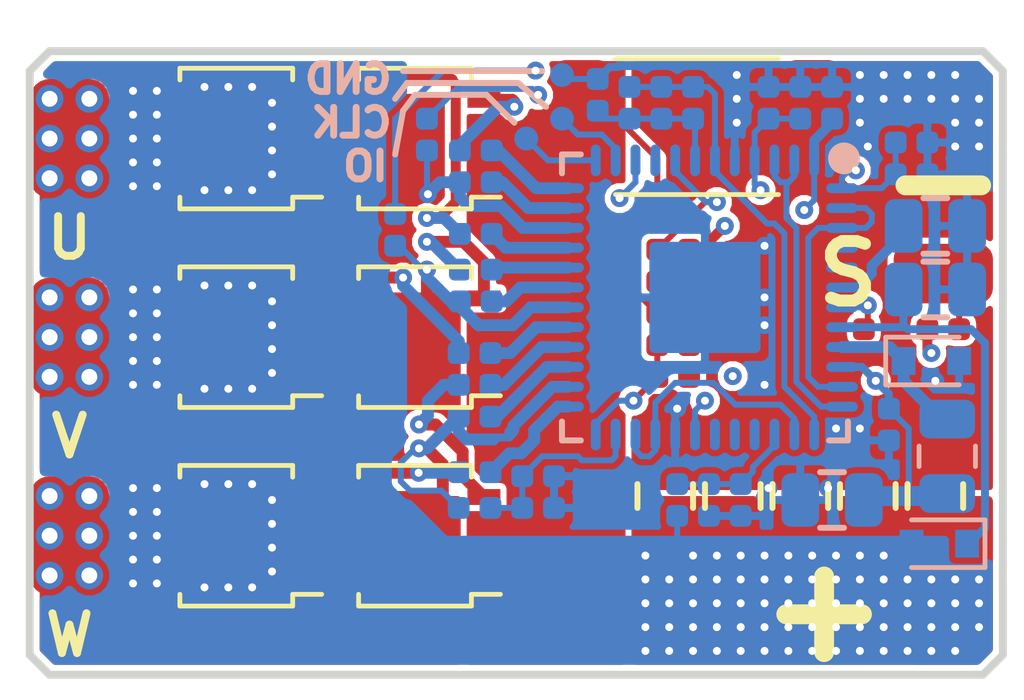
<source format=kicad_pcb>
(kicad_pcb (version 20171130) (host pcbnew 5.0.2-bee76a0~70~ubuntu16.04.1)
  (layers (0 F.Cu signal) (1 In1.Cu signal) (2 In2.Cu signal) (31 B.Cu signal) (34 B.Paste user) (35 F.Paste user) (36 B.SilkS user) (37 F.SilkS user) (38 B.Mask user) (39 F.Mask user) (44 Edge.Cuts user))
  (net 0 "")
  (net 1 GND)
  (net 2 "Net-(U101-Pad4)")
  (net 3 "Net-(U101-Pad5)")
  (net 4 /VREG12)
  (net 5 +BATT)
  (net 6 "Net-(D101-Pad1)")
  (net 7 +3V3)
  (net 8 "Net-(U101-Pad16)")
  (net 9 "Net-(U101-Pad17)")
  (net 10 "Net-(U101-Pad18)")
  (net 11 /HSW)
  (net 12 "Net-(C108-Pad2)")
  (net 13 /LSW)
  (net 14 /HSV)
  (net 15 "Net-(C107-Pad2)")
  (net 16 /LSV)
  (net 17 /HSU)
  (net 18 "Net-(C106-Pad2)")
  (net 19 /LSU)
  (net 20 "Net-(U101-Pad40)")
  (net 21 "/Half Bridge 3/GL")
  (net 22 "/Half Bridge 3/GH")
  (net 23 "/Half Bridge 2/GL")
  (net 24 "/Half Bridge 2/GH")
  (net 25 "/Half Bridge 1/GL")
  (net 26 "/Half Bridge 1/GH")
  (net 27 /OP4P)
  (net 28 /OP4O)
  (net 29 /OP1O)
  (net 30 /OP1P)
  (net 31 /OP2P)
  (net 32 /OP2N)
  (net 33 /OP2O)
  (net 34 /OP3P)
  (net 35 /OP3O)
  (net 36 /UART_TX_RX)
  (net 37 "Net-(R102-Pad1)")
  (net 38 /VBAT_IN)
  (net 39 /PHASEW)
  (net 40 /PHASEV)
  (net 41 /PHASEU)
  (net 42 /VR)
  (net 43 /OC)
  (net 44 /VBAT_SENSE)
  (net 45 /NRST)
  (net 46 /SWIO)
  (net 47 /SWCLK)
  (module Resistor_SMD:R_2512_6332Metric (layer F.Cu) (at 89.8 51.2)
    (fp_text reference R103 hide)
    (fp_text value 1m)
    (pad 1 smd roundrect (at -2.9 0) (size 1.35 3.35) (layers F.Cu F.Paste F.Mask) (roundrect_rratio 0.185185) (net 42 /VR))
    (pad 2 smd roundrect (at 2.9 0) (size 1.35 3.35) (layers F.Cu F.Paste F.Mask) (roundrect_rratio 0.185185) (net 1 GND))
  )
  (module connectors:pad_circ_0.6mm (layer B.Cu) (at 86.4 49.9)
    (fp_text reference J106 hide)
    (fp_text value Conn_01x01_Male hide)
    (pad 1 smd circle (at 0 0) (size 0.6 0.6) (layers B.Cu B.Mask) (net 1 GND))
  )
  (module connectors:pad_circ_0.6mm (layer B.Cu) (at 86.4 51)
    (fp_text reference J105 hide)
    (fp_text value Conn_01x01_Male hide)
    (pad 1 smd circle (at 0 0) (size 0.6 0.6) (layers B.Cu B.Mask) (net 47 /SWCLK))
  )
  (module connectors:pad_circ_0.6mm (layer B.Cu) (at 85.5 51.5)
    (fp_text reference J104 hide)
    (fp_text value Conn_01x01_Male hide)
    (pad 1 smd circle (at 0 0) (size 0.6 0.6) (layers B.Cu B.Mask) (net 46 /SWIO))
  )
  (module passive:C_0402_1005Metric_Rounded (layer F.Cu) (at 94.4 56.3)
    (fp_text reference C119 hide)
    (fp_text value 0.1u)
    (pad 2 smd roundrect (at 0.4 0) (size 0.55 0.55) (layers F.Cu F.Paste F.Mask) (net 1 GND))
    (pad 1 smd roundrect (at -0.4 0) (size 0.55 0.55) (layers F.Cu F.Paste F.Mask) (net 45 /NRST))
  )
  (module passive:C_0402_1005Metric_Rounded (layer B.Cu) (at 90.9 60.6 270)
    (fp_text reference C118 hide)
    (fp_text value 100n)
    (pad 2 smd roundrect (at 0.4 0 270) (size 0.55 0.55) (layers B.Cu B.Paste B.Mask) (net 1 GND))
    (pad 1 smd roundrect (at -0.4 0 270) (size 0.55 0.55) (layers B.Cu B.Paste B.Mask) (net 44 /VBAT_SENSE))
  )
  (module passive:R_0402_1005Metric_Rounded (layer B.Cu) (at 90.1 60.6 270)
    (fp_text reference R111 hide)
    (fp_text value 10k)
    (pad 1 smd roundrect (at -0.4 0 270) (size 0.55 0.55) (layers B.Cu B.Paste B.Mask) (net 44 /VBAT_SENSE))
    (pad 2 smd roundrect (at 0.4 0 270) (size 0.55 0.55) (layers B.Cu B.Paste B.Mask) (net 1 GND))
  )
  (module passive:R_0402_1005Metric_Rounded (layer B.Cu) (at 89.3 60.6 90)
    (fp_text reference R110 hide)
    (fp_text value 47k)
    (pad 2 smd roundrect (at 0.4 0 90) (size 0.55 0.55) (layers B.Cu B.Paste B.Mask) (net 44 /VBAT_SENSE))
    (pad 1 smd roundrect (at -0.4 0 90) (size 0.55 0.55) (layers B.Cu B.Paste B.Mask) (net 5 +BATT))
  )
  (module passive:C_0402_1005Metric_Rounded (layer F.Cu) (at 89.2 56.7 180)
    (fp_text reference C117 hide)
    (fp_text value 1n)
    (pad 2 smd roundrect (at 0.4 0 180) (size 0.55 0.55) (layers F.Cu F.Paste F.Mask) (net 43 /OC))
    (pad 1 smd roundrect (at -0.4 0 180) (size 0.55 0.55) (layers F.Cu F.Paste F.Mask) (net 1 GND))
  )
  (module passive:R_0402_1005Metric_Rounded (layer F.Cu) (at 89.2 55.9 180)
    (fp_text reference R109 hide)
    (fp_text value 2.94k)
    (pad 2 smd roundrect (at 0.4 0 180) (size 0.55 0.55) (layers F.Cu F.Paste F.Mask) (net 42 /VR))
    (pad 1 smd roundrect (at -0.4 0 180) (size 0.55 0.55) (layers F.Cu F.Paste F.Mask) (net 43 /OC))
  )
  (module passive:R_0402_1005Metric_Rounded (layer F.Cu) (at 89.2 57.5 180)
    (fp_text reference R108 hide)
    (fp_text value 47k)
    (pad 1 smd roundrect (at -0.4 0 180) (size 0.55 0.55) (layers F.Cu F.Paste F.Mask) (net 7 +3V3))
    (pad 2 smd roundrect (at 0.4 0 180) (size 0.55 0.55) (layers F.Cu F.Paste F.Mask) (net 43 /OC))
  )
  (module passive:C_0805 (layer F.Cu) (at 94.1 60.5 270)
    (fp_text reference C114 hide)
    (fp_text value 6.8u)
    (pad 1 smd roundrect (at -0.8 0 270) (size 0.95 1.35) (layers F.Cu F.Paste F.Mask) (net 1 GND))
    (pad 2 smd roundrect (at 0.8 0 270) (size 0.95 1.35) (layers F.Cu F.Paste F.Mask) (net 5 +BATT))
  )
  (module passive:C_0805 (layer F.Cu) (at 95.8 60.5 270)
    (fp_text reference C116 hide)
    (fp_text value 6.8u)
    (pad 2 smd roundrect (at 0.8 0 270) (size 0.95 1.35) (layers F.Cu F.Paste F.Mask) (net 5 +BATT))
    (pad 1 smd roundrect (at -0.8 0 270) (size 0.95 1.35) (layers F.Cu F.Paste F.Mask) (net 1 GND))
  )
  (module passive:C_0805 (layer F.Cu) (at 92.4 60.5 270)
    (fp_text reference C113 hide)
    (fp_text value 6.8u)
    (pad 1 smd roundrect (at -0.8 0 270) (size 0.95 1.35) (layers F.Cu F.Paste F.Mask) (net 1 GND))
    (pad 2 smd roundrect (at 0.8 0 270) (size 0.95 1.35) (layers F.Cu F.Paste F.Mask) (net 5 +BATT))
  )
  (module passive:R_0402_1005Metric_Rounded (layer B.Cu) (at 88.9 50.6 90)
    (fp_text reference R506 hide)
    (fp_text value 47k)
    (pad 2 smd roundrect (at 0.4 0 90) (size 0.55 0.55) (layers B.Cu B.Paste B.Mask) (net 33 /OP2O))
    (pad 1 smd roundrect (at -0.4 0 90) (size 0.55 0.55) (layers B.Cu B.Paste B.Mask) (net 32 /OP2N))
  )
  (module passive:R_0402_1005Metric_Rounded (layer F.Cu) (at 89.2 53.5 180)
    (fp_text reference R501 hide)
    (fp_text value 1k)
    (pad 1 smd roundrect (at -0.4 0 180) (size 0.55 0.55) (layers F.Cu F.Paste F.Mask) (net 31 /OP2P))
    (pad 2 smd roundrect (at 0.4 0 180) (size 0.55 0.55) (layers F.Cu F.Paste F.Mask) (net 42 /VR))
  )
  (module passive:R_0402_1005Metric_Rounded (layer F.Cu) (at 89.2 55.1 180)
    (fp_text reference R503 hide)
    (fp_text value 47k)
    (pad 2 smd roundrect (at 0.4 0 180) (size 0.55 0.55) (layers F.Cu F.Paste F.Mask) (net 31 /OP2P))
    (pad 1 smd roundrect (at -0.4 0 180) (size 0.55 0.55) (layers F.Cu F.Paste F.Mask) (net 1 GND))
  )
  (module passive:R_0402_1005Metric_Rounded (layer F.Cu) (at 89.2 54.3)
    (fp_text reference R504 hide)
    (fp_text value 47k)
    (pad 1 smd roundrect (at -0.4 0) (size 0.55 0.55) (layers F.Cu F.Paste F.Mask) (net 31 /OP2P))
    (pad 2 smd roundrect (at 0.4 0) (size 0.55 0.55) (layers F.Cu F.Paste F.Mask) (net 7 +3V3))
  )
  (module passive:R_0402_1005Metric_Rounded (layer B.Cu) (at 82.2 53.8 90)
    (fp_text reference R701 hide)
    (fp_text value 47k)
    (pad 2 smd roundrect (at 0.4 0 90) (size 0.55 0.55) (layers B.Cu B.Paste B.Mask) (net 27 /OP4P))
    (pad 1 smd roundrect (at -0.4 0 90) (size 0.55 0.55) (layers B.Cu B.Paste B.Mask) (net 40 /PHASEV))
  )
  (module passive:R_0402_1005Metric_Rounded (layer B.Cu) (at 85.8 60.8)
    (fp_text reference R804 hide)
    (fp_text value 10k)
    (pad 2 smd roundrect (at 0.4 0) (size 0.55 0.55) (layers B.Cu B.Paste B.Mask) (net 1 GND))
    (pad 1 smd roundrect (at -0.4 0) (size 0.55 0.55) (layers B.Cu B.Paste B.Mask) (net 30 /OP1P))
  )
  (module passive:C_0402_1005Metric_Rounded (layer B.Cu) (at 85.8 60)
    (fp_text reference C802 hide)
    (fp_text value 47p)
    (pad 2 smd roundrect (at 0.4 0) (size 0.55 0.55) (layers B.Cu B.Paste B.Mask) (net 1 GND))
    (pad 1 smd roundrect (at -0.4 0) (size 0.55 0.55) (layers B.Cu B.Paste B.Mask) (net 30 /OP1P))
  )
  (module Diode_SMD:D_SOD-523 (layer B.Cu) (at 95.9 61.7 180)
    (fp_text reference D102 hide)
    (fp_text value NSR05T30XV2T5G)
    (pad 2 smd rect (at 0.7 0) (size 0.6 0.7) (layers B.Cu B.Paste B.Mask) (net 5 +BATT))
    (pad 1 smd rect (at -0.7 0) (size 0.6 0.7) (layers B.Cu B.Paste B.Mask) (net 38 /VBAT_IN))
  )
  (module passive:R_0402_1005Metric_Rounded (layer B.Cu) (at 84.2 60.8)
    (fp_text reference R803 hide)
    (fp_text value 47k)
    (pad 1 smd roundrect (at -0.4 0) (size 0.55 0.55) (layers B.Cu B.Paste B.Mask) (net 39 /PHASEW))
    (pad 2 smd roundrect (at 0.4 0) (size 0.55 0.55) (layers B.Cu B.Paste B.Mask) (net 30 /OP1P))
  )
  (module passive:R_0402_1005Metric_Rounded (layer F.Cu) (at 96 56.3)
    (fp_text reference R102 hide)
    (fp_text value 100)
    (pad 2 smd roundrect (at 0.4 0) (size 0.55 0.55) (layers F.Cu F.Paste F.Mask) (net 36 /UART_TX_RX))
    (pad 1 smd roundrect (at -0.4 0) (size 0.55 0.55) (layers F.Cu F.Paste F.Mask) (net 37 "Net-(R102-Pad1)"))
  )
  (module connectors:pad_1.5x2.5mm (layer F.Cu) (at 96 54.9 90)
    (fp_text reference J103 hide)
    (fp_text value Conn_01x01_Male hide)
    (pad 1 smd roundrect (at 0 0 90) (size 1.5 2.5) (layers F.Cu F.Mask) (net 36 /UART_TX_RX))
  )
  (module passive:C_0402_1005Metric_Rounded (layer B.Cu) (at 92.4 50.6 90)
    (fp_text reference C801 hide)
    (fp_text value 47p)
    (pad 2 smd roundrect (at 0.4 0 90) (size 0.55 0.55) (layers B.Cu B.Paste B.Mask) (net 1 GND))
    (pad 1 smd roundrect (at -0.4 0 90) (size 0.55 0.55) (layers B.Cu B.Paste B.Mask) (net 34 /OP3P))
  )
  (module passive:R_0402_1005Metric_Rounded (layer B.Cu) (at 83 51.4 90)
    (fp_text reference R801 hide)
    (fp_text value 47k)
    (pad 1 smd roundrect (at -0.4 0 90) (size 0.55 0.55) (layers B.Cu B.Paste B.Mask) (net 41 /PHASEU))
    (pad 2 smd roundrect (at 0.4 0 90) (size 0.55 0.55) (layers B.Cu B.Paste B.Mask) (net 34 /OP3P))
  )
  (module passive:R_0402_1005Metric_Rounded (layer B.Cu) (at 91.6 50.6 90)
    (fp_text reference R802 hide)
    (fp_text value 10k)
    (pad 2 smd roundrect (at 0.4 0 90) (size 0.55 0.55) (layers B.Cu B.Paste B.Mask) (net 1 GND))
    (pad 1 smd roundrect (at -0.4 0 90) (size 0.55 0.55) (layers B.Cu B.Paste B.Mask) (net 34 /OP3P))
  )
  (module Diode_SMD:D_SOD-523 (layer B.Cu) (at 95.7 57.1)
    (fp_text reference D101 hide)
    (fp_text value NSR05T30XV2T5G)
    (pad 2 smd rect (at 0.7 0 180) (size 0.6 0.7) (layers B.Cu B.Paste B.Mask) (net 1 GND))
    (pad 1 smd rect (at -0.7 0 180) (size 0.6 0.7) (layers B.Cu B.Paste B.Mask) (net 6 "Net-(D101-Pad1)"))
  )
  (module Inductor_SMD:L_0805_2012Metric (layer B.Cu) (at 96.1 59.5 90)
    (fp_text reference L101 hide)
    (fp_text value 22u)
    (pad 1 smd roundrect (at -0.9375 0 90) (size 0.975 1.4) (layers B.Cu B.Paste B.Mask) (net 7 +3V3))
    (pad 2 smd roundrect (at 0.9375 0 90) (size 0.975 1.4) (layers B.Cu B.Paste B.Mask) (net 6 "Net-(D101-Pad1)"))
  )
  (module passive:C_0402_1005Metric_Rounded (layer B.Cu) (at 95.2 52.4)
    (fp_text reference C701 hide)
    (fp_text value 47p)
    (pad 1 smd roundrect (at -0.4 0) (size 0.55 0.55) (layers B.Cu B.Paste B.Mask) (net 27 /OP4P))
    (pad 2 smd roundrect (at 0.4 0) (size 0.55 0.55) (layers B.Cu B.Paste B.Mask) (net 1 GND))
  )
  (module passive:R_0402_1005Metric_Rounded (layer B.Cu) (at 95.2 51.6)
    (fp_text reference R702 hide)
    (fp_text value 10k)
    (pad 2 smd roundrect (at 0.4 0) (size 0.55 0.55) (layers B.Cu B.Paste B.Mask) (net 1 GND))
    (pad 1 smd roundrect (at -0.4 0) (size 0.55 0.55) (layers B.Cu B.Paste B.Mask) (net 27 /OP4P))
  )
  (module passive:C_0402_1005Metric_Rounded (layer B.Cu) (at 88.1 50.6 90)
    (fp_text reference C501 hide)
    (fp_text value 22p)
    (pad 2 smd roundrect (at 0.4 0 90) (size 0.55 0.55) (layers B.Cu B.Paste B.Mask) (net 33 /OP2O))
    (pad 1 smd roundrect (at -0.4 0 90) (size 0.55 0.55) (layers B.Cu B.Paste B.Mask) (net 32 /OP2N))
  )
  (module passive:R_0402_1005Metric_Rounded (layer B.Cu) (at 87.3 50.4 270)
    (fp_text reference R502 hide)
    (fp_text value 1k)
    (pad 2 smd roundrect (at 0.4 0 270) (size 0.55 0.55) (layers B.Cu B.Paste B.Mask) (net 32 /OP2N))
    (pad 1 smd roundrect (at -0.4 0 270) (size 0.55 0.55) (layers B.Cu B.Paste B.Mask) (net 1 GND))
  )
  (module passive:R_0402_1005Metric_Rounded (layer B.Cu) (at 89.7 50.6 90)
    (fp_text reference R505 hide)
    (fp_text value 47k)
    (pad 2 smd roundrect (at 0.4 0 90) (size 0.55 0.55) (layers B.Cu B.Paste B.Mask) (net 33 /OP2O))
    (pad 1 smd roundrect (at -0.4 0 90) (size 0.55 0.55) (layers B.Cu B.Paste B.Mask) (net 32 /OP2N))
  )
  (module connectors:pad_3.0x2.0mm (layer F.Cu) (at 74 61.5 90)
    (fp_text reference J401 hide)
    (fp_text value Conn_01x01_Male hide)
    (pad 1 smd roundrect (at 0 0 90) (size 3 2) (layers F.Cu F.Mask) (net 39 /PHASEW))
  )
  (module connectors:pad_3.0x2.0mm (layer F.Cu) (at 74 51.5 90)
    (fp_text reference J201 hide)
    (fp_text value Conn_01x01_Male hide)
    (pad 1 smd roundrect (at 0 0 90) (size 3 2) (layers F.Cu F.Mask) (net 41 /PHASEU))
  )
  (module connectors:pad_3.0x2.0mm (layer F.Cu) (at 74 56.5 90)
    (fp_text reference J301 hide)
    (fp_text value Conn_01x01_Male hide)
    (pad 1 smd roundrect (at 0 0 90) (size 3 2) (layers F.Cu F.Mask) (net 40 /PHASEV))
  )
  (module passive:C_0805 (layer F.Cu) (at 90.7 60.5 270)
    (fp_text reference C111 hide)
    (fp_text value 6.8u)
    (pad 1 smd roundrect (at -0.8 0 270) (size 0.95 1.35) (layers F.Cu F.Paste F.Mask) (net 1 GND))
    (pad 2 smd roundrect (at 0.8 0 270) (size 0.95 1.35) (layers F.Cu F.Paste F.Mask) (net 5 +BATT))
  )
  (module passive:C_0805 (layer F.Cu) (at 89 60.5 270)
    (fp_text reference C112 hide)
    (fp_text value 6.8u)
    (pad 2 smd roundrect (at 0.8 0 270) (size 0.95 1.35) (layers F.Cu F.Paste F.Mask) (net 5 +BATT))
    (pad 1 smd roundrect (at -0.8 0 270) (size 0.95 1.35) (layers F.Cu F.Paste F.Mask) (net 1 GND))
  )
  (module connectors:pad_2.5x2.5mm (layer F.Cu) (at 96 63.5 90)
    (fp_text reference J101 hide)
    (fp_text value Conn_01x01_Male hide)
    (pad 1 smd roundrect (at 0 0 90) (size 2.5 2.5) (layers F.Cu F.Mask) (net 5 +BATT))
  )
  (module connectors:pad_2.5x2.5mm (layer F.Cu) (at 96 50.8 90)
    (fp_text reference J102 hide)
    (fp_text value Conn_01x01_Male hide)
    (pad 1 smd roundrect (at 0 0 90) (size 2.5 2.5) (layers F.Cu F.Mask) (net 1 GND))
  )
  (module Package_TO_SOT_SMD:LFPAK33 (layer F.Cu) (at 78.4 51.5 180)
    (fp_text reference Q201 hide)
    (fp_text value BUK7M10-40EX)
    (pad 4 smd rect (at -1.535 0.975 180) (size 0.83 0.4) (layers F.Cu F.Mask) (net 26 "/Half Bridge 1/GH"))
    (pad 5 smd rect (at 1.575 0.325 180) (size 0.75 0.4) (layers F.Cu F.Mask) (net 5 +BATT))
    (pad 5 smd rect (at 0.405 0 180) (size 1.85 2.25) (layers F.Cu F.Mask) (net 5 +BATT))
    (pad 3 smd rect (at -1.535 0.325 180) (size 0.83 0.4) (layers F.Cu F.Mask) (net 41 /PHASEU))
    (pad 1 smd rect (at -1.535 -0.975 180) (size 0.83 0.4) (layers F.Cu F.Mask) (net 41 /PHASEU))
    (pad 2 smd rect (at -1.535 -0.325 180) (size 0.83 0.4) (layers F.Cu F.Mask) (net 41 /PHASEU))
    (pad 5 smd rect (at 1.575 -0.325 180) (size 0.75 0.4) (layers F.Cu F.Mask) (net 5 +BATT))
    (pad 5 smd rect (at 1.575 0.975 180) (size 0.75 0.4) (layers F.Cu F.Mask) (net 5 +BATT))
    (pad 5 smd rect (at 1.575 -0.975 180) (size 0.75 0.4) (layers F.Cu F.Mask) (net 5 +BATT))
  )
  (module Package_TO_SOT_SMD:LFPAK33 (layer F.Cu) (at 82.9 51.5 180)
    (fp_text reference Q202 hide)
    (fp_text value BUK7M10-40EX)
    (pad 5 smd rect (at 1.575 -0.975 180) (size 0.75 0.4) (layers F.Cu F.Mask) (net 41 /PHASEU))
    (pad 5 smd rect (at 1.575 0.975 180) (size 0.75 0.4) (layers F.Cu F.Mask) (net 41 /PHASEU))
    (pad 5 smd rect (at 1.575 -0.325 180) (size 0.75 0.4) (layers F.Cu F.Mask) (net 41 /PHASEU))
    (pad 2 smd rect (at -1.535 -0.325 180) (size 0.83 0.4) (layers F.Cu F.Mask) (net 42 /VR))
    (pad 1 smd rect (at -1.535 -0.975 180) (size 0.83 0.4) (layers F.Cu F.Mask) (net 42 /VR))
    (pad 3 smd rect (at -1.535 0.325 180) (size 0.83 0.4) (layers F.Cu F.Mask) (net 42 /VR))
    (pad 5 smd rect (at 0.405 0 180) (size 1.85 2.25) (layers F.Cu F.Mask) (net 41 /PHASEU))
    (pad 5 smd rect (at 1.575 0.325 180) (size 0.75 0.4) (layers F.Cu F.Mask) (net 41 /PHASEU))
    (pad 4 smd rect (at -1.535 0.975 180) (size 0.83 0.4) (layers F.Cu F.Mask) (net 25 "/Half Bridge 1/GL"))
  )
  (module Package_TO_SOT_SMD:LFPAK33 (layer F.Cu) (at 78.4 56.5 180)
    (fp_text reference Q301 hide)
    (fp_text value BUK7M10-40EX)
    (pad 4 smd rect (at -1.535 0.975 180) (size 0.83 0.4) (layers F.Cu F.Mask) (net 24 "/Half Bridge 2/GH"))
    (pad 5 smd rect (at 1.575 0.325 180) (size 0.75 0.4) (layers F.Cu F.Mask) (net 5 +BATT))
    (pad 5 smd rect (at 0.405 0 180) (size 1.85 2.25) (layers F.Cu F.Mask) (net 5 +BATT))
    (pad 3 smd rect (at -1.535 0.325 180) (size 0.83 0.4) (layers F.Cu F.Mask) (net 40 /PHASEV))
    (pad 1 smd rect (at -1.535 -0.975 180) (size 0.83 0.4) (layers F.Cu F.Mask) (net 40 /PHASEV))
    (pad 2 smd rect (at -1.535 -0.325 180) (size 0.83 0.4) (layers F.Cu F.Mask) (net 40 /PHASEV))
    (pad 5 smd rect (at 1.575 -0.325 180) (size 0.75 0.4) (layers F.Cu F.Mask) (net 5 +BATT))
    (pad 5 smd rect (at 1.575 0.975 180) (size 0.75 0.4) (layers F.Cu F.Mask) (net 5 +BATT))
    (pad 5 smd rect (at 1.575 -0.975 180) (size 0.75 0.4) (layers F.Cu F.Mask) (net 5 +BATT))
  )
  (module Package_TO_SOT_SMD:LFPAK33 (layer F.Cu) (at 82.9 56.5 180)
    (fp_text reference Q302 hide)
    (fp_text value BUK7M10-40EX)
    (pad 5 smd rect (at 1.575 -0.975 180) (size 0.75 0.4) (layers F.Cu F.Mask) (net 40 /PHASEV))
    (pad 5 smd rect (at 1.575 0.975 180) (size 0.75 0.4) (layers F.Cu F.Mask) (net 40 /PHASEV))
    (pad 5 smd rect (at 1.575 -0.325 180) (size 0.75 0.4) (layers F.Cu F.Mask) (net 40 /PHASEV))
    (pad 2 smd rect (at -1.535 -0.325 180) (size 0.83 0.4) (layers F.Cu F.Mask) (net 42 /VR))
    (pad 1 smd rect (at -1.535 -0.975 180) (size 0.83 0.4) (layers F.Cu F.Mask) (net 42 /VR))
    (pad 3 smd rect (at -1.535 0.325 180) (size 0.83 0.4) (layers F.Cu F.Mask) (net 42 /VR))
    (pad 5 smd rect (at 0.405 0 180) (size 1.85 2.25) (layers F.Cu F.Mask) (net 40 /PHASEV))
    (pad 5 smd rect (at 1.575 0.325 180) (size 0.75 0.4) (layers F.Cu F.Mask) (net 40 /PHASEV))
    (pad 4 smd rect (at -1.535 0.975 180) (size 0.83 0.4) (layers F.Cu F.Mask) (net 23 "/Half Bridge 2/GL"))
  )
  (module Package_TO_SOT_SMD:LFPAK33 (layer F.Cu) (at 78.4 61.5 180)
    (fp_text reference Q401 hide)
    (fp_text value BUK7M10-40EX)
    (pad 5 smd rect (at 1.575 -0.975 180) (size 0.75 0.4) (layers F.Cu F.Mask) (net 5 +BATT))
    (pad 5 smd rect (at 1.575 0.975 180) (size 0.75 0.4) (layers F.Cu F.Mask) (net 5 +BATT))
    (pad 5 smd rect (at 1.575 -0.325 180) (size 0.75 0.4) (layers F.Cu F.Mask) (net 5 +BATT))
    (pad 2 smd rect (at -1.535 -0.325 180) (size 0.83 0.4) (layers F.Cu F.Mask) (net 39 /PHASEW))
    (pad 1 smd rect (at -1.535 -0.975 180) (size 0.83 0.4) (layers F.Cu F.Mask) (net 39 /PHASEW))
    (pad 3 smd rect (at -1.535 0.325 180) (size 0.83 0.4) (layers F.Cu F.Mask) (net 39 /PHASEW))
    (pad 5 smd rect (at 0.405 0 180) (size 1.85 2.25) (layers F.Cu F.Mask) (net 5 +BATT))
    (pad 5 smd rect (at 1.575 0.325 180) (size 0.75 0.4) (layers F.Cu F.Mask) (net 5 +BATT))
    (pad 4 smd rect (at -1.535 0.975 180) (size 0.83 0.4) (layers F.Cu F.Mask) (net 22 "/Half Bridge 3/GH"))
  )
  (module Package_TO_SOT_SMD:LFPAK33 (layer F.Cu) (at 82.9 61.5 180)
    (fp_text reference Q402 hide)
    (fp_text value BUK7M10-40EX)
    (pad 4 smd rect (at -1.535 0.975 180) (size 0.83 0.4) (layers F.Cu F.Mask) (net 21 "/Half Bridge 3/GL"))
    (pad 5 smd rect (at 1.575 0.325 180) (size 0.75 0.4) (layers F.Cu F.Mask) (net 39 /PHASEW))
    (pad 5 smd rect (at 0.405 0 180) (size 1.85 2.25) (layers F.Cu F.Mask) (net 39 /PHASEW))
    (pad 3 smd rect (at -1.535 0.325 180) (size 0.83 0.4) (layers F.Cu F.Mask) (net 42 /VR))
    (pad 1 smd rect (at -1.535 -0.975 180) (size 0.83 0.4) (layers F.Cu F.Mask) (net 42 /VR))
    (pad 2 smd rect (at -1.535 -0.325 180) (size 0.83 0.4) (layers F.Cu F.Mask) (net 42 /VR))
    (pad 5 smd rect (at 1.575 -0.325 180) (size 0.75 0.4) (layers F.Cu F.Mask) (net 39 /PHASEW))
    (pad 5 smd rect (at 1.575 0.975 180) (size 0.75 0.4) (layers F.Cu F.Mask) (net 39 /PHASEW))
    (pad 5 smd rect (at 1.575 -0.975 180) (size 0.75 0.4) (layers F.Cu F.Mask) (net 39 /PHASEW))
  )
  (module passive:C_0402_1005Metric_Rounded (layer B.Cu) (at 93.2 50.6 90)
    (fp_text reference C101 hide)
    (fp_text value 0.1u)
    (pad 1 smd roundrect (at -0.4 0 90) (size 0.55 0.55) (layers B.Cu B.Paste B.Mask) (net 7 +3V3))
    (pad 2 smd roundrect (at 0.4 0 90) (size 0.55 0.55) (layers B.Cu B.Paste B.Mask) (net 1 GND))
  )
  (module passive:C_0402_1005Metric_Rounded (layer B.Cu) (at 84.229648 52.6)
    (fp_text reference C106 hide)
    (fp_text value 0.1u)
    (pad 2 smd roundrect (at 0.4 0) (size 0.55 0.55) (layers B.Cu B.Paste B.Mask) (net 18 "Net-(C106-Pad2)"))
    (pad 1 smd roundrect (at -0.4 0) (size 0.55 0.55) (layers B.Cu B.Paste B.Mask) (net 41 /PHASEU))
  )
  (module passive:C_0402_1005Metric_Rounded (layer B.Cu) (at 84.229648 55.6)
    (fp_text reference C107 hide)
    (fp_text value 0.1u)
    (pad 1 smd roundrect (at -0.4 0) (size 0.55 0.55) (layers B.Cu B.Paste B.Mask) (net 40 /PHASEV))
    (pad 2 smd roundrect (at 0.4 0) (size 0.55 0.55) (layers B.Cu B.Paste B.Mask) (net 15 "Net-(C107-Pad2)"))
  )
  (module passive:C_0402_1005Metric_Rounded (layer B.Cu) (at 84.2 58.5)
    (fp_text reference C108 hide)
    (fp_text value 0.1u)
    (pad 2 smd roundrect (at 0.4 0) (size 0.55 0.55) (layers B.Cu B.Paste B.Mask) (net 12 "Net-(C108-Pad2)"))
    (pad 1 smd roundrect (at -0.4 0) (size 0.55 0.55) (layers B.Cu B.Paste B.Mask) (net 39 /PHASEW))
  )
  (module passive:C_0402_1005Metric_Rounded (layer B.Cu) (at 94.629648 58.7 270)
    (fp_text reference C103 hide)
    (fp_text value 0.1u)
    (pad 2 smd roundrect (at 0.4 0 270) (size 0.55 0.55) (layers B.Cu B.Paste B.Mask) (net 1 GND))
    (pad 1 smd roundrect (at -0.4 0 270) (size 0.55 0.55) (layers B.Cu B.Paste B.Mask) (net 7 +3V3))
  )
  (module passive:C_0805 (layer B.Cu) (at 93.2 60.6 180)
    (fp_text reference C102 hide)
    (fp_text value 47u)
    (pad 1 smd roundrect (at -0.8 0 180) (size 0.95 1.35) (layers B.Cu B.Paste B.Mask) (net 7 +3V3))
    (pad 2 smd roundrect (at 0.8 0 180) (size 0.95 1.35) (layers B.Cu B.Paste B.Mask) (net 1 GND))
  )
  (module passive:C_0805 (layer B.Cu) (at 95.8 55.3 180)
    (fp_text reference C104 hide)
    (fp_text value 6.8u)
    (pad 2 smd roundrect (at 0.8 0 180) (size 0.95 1.35) (layers B.Cu B.Paste B.Mask) (net 38 /VBAT_IN))
    (pad 1 smd roundrect (at -0.8 0 180) (size 0.95 1.35) (layers B.Cu B.Paste B.Mask) (net 1 GND))
  )
  (module passive:C_0805 (layer B.Cu) (at 95.8 53.7 180)
    (fp_text reference C105 hide)
    (fp_text value 6.8u)
    (pad 1 smd roundrect (at -0.8 0 180) (size 0.95 1.35) (layers B.Cu B.Paste B.Mask) (net 1 GND))
    (pad 2 smd roundrect (at 0.8 0 180) (size 0.95 1.35) (layers B.Cu B.Paste B.Mask) (net 4 /VREG12))
  )
  (module passive:R_0402_1005Metric_Rounded (layer B.Cu) (at 84.229648 53.9)
    (fp_text reference R201 hide)
    (fp_text value 10)
    (pad 1 smd roundrect (at -0.4 0) (size 0.55 0.55) (layers B.Cu B.Paste B.Mask) (net 26 "/Half Bridge 1/GH"))
    (pad 2 smd roundrect (at 0.4 0) (size 0.55 0.55) (layers B.Cu B.Paste B.Mask) (net 17 /HSU))
  )
  (module passive:R_0402_1005Metric_Rounded (layer B.Cu) (at 84.229648 51.8)
    (fp_text reference R202 hide)
    (fp_text value 10)
    (pad 2 smd roundrect (at 0.4 0) (size 0.55 0.55) (layers B.Cu B.Paste B.Mask) (net 19 /LSU))
    (pad 1 smd roundrect (at -0.4 0) (size 0.55 0.55) (layers B.Cu B.Paste B.Mask) (net 25 "/Half Bridge 1/GL"))
  )
  (module passive:R_0402_1005Metric_Rounded (layer B.Cu) (at 84.2 56.9)
    (fp_text reference R301 hide)
    (fp_text value 10)
    (pad 1 smd roundrect (at -0.4 0) (size 0.55 0.55) (layers B.Cu B.Paste B.Mask) (net 24 "/Half Bridge 2/GH"))
    (pad 2 smd roundrect (at 0.4 0) (size 0.55 0.55) (layers B.Cu B.Paste B.Mask) (net 14 /HSV))
  )
  (module passive:R_0402_1005Metric_Rounded (layer B.Cu) (at 84.229648 54.8)
    (fp_text reference R302 hide)
    (fp_text value 10)
    (pad 2 smd roundrect (at 0.4 0) (size 0.55 0.55) (layers B.Cu B.Paste B.Mask) (net 16 /LSV))
    (pad 1 smd roundrect (at -0.4 0) (size 0.55 0.55) (layers B.Cu B.Paste B.Mask) (net 23 "/Half Bridge 2/GL"))
  )
  (module passive:R_0402_1005Metric_Rounded (layer B.Cu) (at 84.2 59.9)
    (fp_text reference R401 hide)
    (fp_text value 10)
    (pad 1 smd roundrect (at -0.4 0) (size 0.55 0.55) (layers B.Cu B.Paste B.Mask) (net 22 "/Half Bridge 3/GH"))
    (pad 2 smd roundrect (at 0.4 0) (size 0.55 0.55) (layers B.Cu B.Paste B.Mask) (net 11 /HSW))
  )
  (module passive:R_0402_1005Metric_Rounded (layer B.Cu) (at 84.2 57.7)
    (fp_text reference R402 hide)
    (fp_text value 10)
    (pad 2 smd roundrect (at 0.4 0) (size 0.55 0.55) (layers B.Cu B.Paste B.Mask) (net 13 /LSW))
    (pad 1 smd roundrect (at -0.4 0) (size 0.55 0.55) (layers B.Cu B.Paste B.Mask) (net 21 "/Half Bridge 3/GL"))
  )
  (module qfn:QFN-48-1EP_7x7mm_P0.5mm_EP2.8x2.8mm (layer B.Cu) (at 90 55.5 180)
    (fp_text reference U101 hide)
    (fp_text value STSPIN32F0)
    (pad 49 smd roundrect (at 0 0 180) (size 2.8 2.8) (layers B.Cu B.Mask) (roundrect_rratio 0.047) (net 1 GND))
    (pad 1 smd oval (at -3.45 2.75 90) (size 0.25 0.8) (layers B.Cu B.Paste B.Mask) (net 27 /OP4P))
    (pad 2 smd oval (at -3.45 2.25 90) (size 0.25 0.8) (layers B.Cu B.Paste B.Mask) (net 28 /OP4O))
    (pad 3 smd oval (at -3.45 1.75 90) (size 0.25 0.8) (layers B.Cu B.Paste B.Mask) (net 28 /OP4O))
    (pad 4 smd oval (at -3.45 1.25 90) (size 0.25 0.8) (layers B.Cu B.Paste B.Mask) (net 2 "Net-(U101-Pad4)"))
    (pad 5 smd oval (at -3.45 0.75 90) (size 0.25 0.8) (layers B.Cu B.Paste B.Mask) (net 3 "Net-(U101-Pad5)"))
    (pad 6 smd oval (at -3.45 0.25 90) (size 0.25 0.8) (layers B.Cu B.Paste B.Mask) (net 4 /VREG12))
    (pad 7 smd oval (at -3.45 -0.25 90) (size 0.25 0.8) (layers B.Cu B.Paste B.Mask) (net 45 /NRST))
    (pad 8 smd oval (at -3.45 -0.75 90) (size 0.25 0.8) (layers B.Cu B.Paste B.Mask) (net 38 /VBAT_IN))
    (pad 9 smd oval (at -3.45 -1.25 90) (size 0.25 0.8) (layers B.Cu B.Paste B.Mask) (net 6 "Net-(D101-Pad1)"))
    (pad 10 smd oval (at -3.45 -1.75 90) (size 0.25 0.8) (layers B.Cu B.Paste B.Mask) (net 7 +3V3))
    (pad 11 smd oval (at -3.45 -2.25 90) (size 0.25 0.8) (layers B.Cu B.Paste B.Mask) (net 28 /OP4O))
    (pad 12 smd oval (at -3.45 -2.75 90) (size 0.25 0.8) (layers B.Cu B.Paste B.Mask) (net 35 /OP3O))
    (pad 13 smd oval (at -2.75 -3.45 180) (size 0.25 0.8) (layers B.Cu B.Paste B.Mask) (net 33 /OP2O))
    (pad 14 smd oval (at -2.25 -3.45 180) (size 0.25 0.8) (layers B.Cu B.Paste B.Mask) (net 29 /OP1O))
    (pad 15 smd oval (at -1.75 -3.45 180) (size 0.25 0.8) (layers B.Cu B.Paste B.Mask) (net 44 /VBAT_SENSE))
    (pad 16 smd oval (at -1.25 -3.45 180) (size 0.25 0.8) (layers B.Cu B.Paste B.Mask) (net 8 "Net-(U101-Pad16)"))
    (pad 17 smd oval (at -0.75 -3.45 180) (size 0.25 0.8) (layers B.Cu B.Paste B.Mask) (net 9 "Net-(U101-Pad17)"))
    (pad 18 smd oval (at -0.25 -3.45 180) (size 0.25 0.8) (layers B.Cu B.Paste B.Mask) (net 10 "Net-(U101-Pad18)"))
    (pad 19 smd oval (at 0.25 -3.45 180) (size 0.25 0.8) (layers B.Cu B.Paste B.Mask) (net 37 "Net-(R102-Pad1)"))
    (pad 20 smd oval (at 0.75 -3.45 180) (size 0.25 0.8) (layers B.Cu B.Paste B.Mask) (net 1 GND))
    (pad 21 smd oval (at 1.25 -3.45 180) (size 0.25 0.8) (layers B.Cu B.Paste B.Mask) (net 29 /OP1O))
    (pad 22 smd oval (at 1.75 -3.45 180) (size 0.25 0.8) (layers B.Cu B.Paste B.Mask) (net 29 /OP1O))
    (pad 23 smd oval (at 2.25 -3.45 180) (size 0.25 0.8) (layers B.Cu B.Paste B.Mask) (net 30 /OP1P))
    (pad 24 smd oval (at 2.75 -3.45 180) (size 0.25 0.8) (layers B.Cu B.Paste B.Mask) (net 43 /OC))
    (pad 25 smd oval (at 3.45 -2.75 90) (size 0.25 0.8) (layers B.Cu B.Paste B.Mask) (net 11 /HSW))
    (pad 26 smd oval (at 3.45 -2.25 90) (size 0.25 0.8) (layers B.Cu B.Paste B.Mask) (net 39 /PHASEW))
    (pad 27 smd oval (at 3.45 -1.75 90) (size 0.25 0.8) (layers B.Cu B.Paste B.Mask) (net 12 "Net-(C108-Pad2)"))
    (pad 28 smd oval (at 3.45 -1.25 90) (size 0.25 0.8) (layers B.Cu B.Paste B.Mask) (net 13 /LSW))
    (pad 29 smd oval (at 3.45 -0.75 90) (size 0.25 0.8) (layers B.Cu B.Paste B.Mask) (net 14 /HSV))
    (pad 30 smd oval (at 3.45 -0.25 90) (size 0.25 0.8) (layers B.Cu B.Paste B.Mask) (net 40 /PHASEV))
    (pad 31 smd oval (at 3.45 0.25 90) (size 0.25 0.8) (layers B.Cu B.Paste B.Mask) (net 15 "Net-(C107-Pad2)"))
    (pad 32 smd oval (at 3.45 0.75 90) (size 0.25 0.8) (layers B.Cu B.Paste B.Mask) (net 16 /LSV))
    (pad 33 smd oval (at 3.45 1.25 90) (size 0.25 0.8) (layers B.Cu B.Paste B.Mask) (net 17 /HSU))
    (pad 34 smd oval (at 3.45 1.75 90) (size 0.25 0.8) (layers B.Cu B.Paste B.Mask) (net 41 /PHASEU))
    (pad 35 smd oval (at 3.45 2.25 90) (size 0.25 0.8) (layers B.Cu B.Paste B.Mask) (net 18 "Net-(C106-Pad2)"))
    (pad 36 smd oval (at 3.45 2.75 90) (size 0.25 0.8) (layers B.Cu B.Paste B.Mask) (net 19 /LSU))
    (pad 37 smd oval (at 2.75 3.45 180) (size 0.25 0.8) (layers B.Cu B.Paste B.Mask) (net 46 /SWIO))
    (pad 38 smd oval (at 2.25 3.45 180) (size 0.25 0.8) (layers B.Cu B.Paste B.Mask) (net 47 /SWCLK))
    (pad 39 smd oval (at 1.75 3.45 180) (size 0.25 0.8) (layers B.Cu B.Paste B.Mask) (net 37 "Net-(R102-Pad1)"))
    (pad 40 smd oval (at 1.25 3.45 180) (size 0.25 0.8) (layers B.Cu B.Paste B.Mask) (net 20 "Net-(U101-Pad40)"))
    (pad 41 smd oval (at 0.75 3.45 180) (size 0.25 0.8) (layers B.Cu B.Paste B.Mask) (net 31 /OP2P))
    (pad 42 smd oval (at 0.25 3.45 180) (size 0.25 0.8) (layers B.Cu B.Paste B.Mask) (net 32 /OP2N))
    (pad 43 smd oval (at -0.25 3.45 180) (size 0.25 0.8) (layers B.Cu B.Paste B.Mask) (net 33 /OP2O))
    (pad 44 smd oval (at -0.75 3.45 180) (size 0.25 0.8) (layers B.Cu B.Paste B.Mask) (net 1 GND))
    (pad 45 smd oval (at -1.25 3.45 180) (size 0.25 0.8) (layers B.Cu B.Paste B.Mask) (net 34 /OP3P))
    (pad 46 smd oval (at -1.75 3.45 180) (size 0.25 0.8) (layers B.Cu B.Paste B.Mask) (net 35 /OP3O))
    (pad 47 smd oval (at -2.25 3.45 180) (size 0.25 0.8) (layers B.Cu B.Paste B.Mask) (net 35 /OP3O))
    (pad 48 smd oval (at -2.75 3.45 180) (size 0.25 0.8) (layers B.Cu B.Paste B.Mask) (net 7 +3V3))
  )
  (gr_text W (at 74 64) (layer F.SilkS) (effects (font (size 1 1) (thickness 0.2))))
  (gr_text V (at 74 59) (layer F.SilkS) (effects (font (size 1 1) (thickness 0.2))))
  (gr_text U (at 74 54) (layer F.SilkS) (effects (font (size 1 1) (thickness 0.2))))
  (gr_line (start 82.4 50.8) (end 82.2 51.9) (layer B.SilkS) (width 0.15))
  (gr_line (start 82.7 50.4) (end 82.4 50.8) (layer B.SilkS) (width 0.15))
  (gr_line (start 84.5 50.4) (end 82.7 50.4) (layer B.SilkS) (width 0.15))
  (gr_line (start 85.2 51.1) (end 84.5 50.4) (layer B.SilkS) (width 0.15))
  (gr_line (start 85.3 50.1) (end 86 50.7) (layer B.SilkS) (width 0.15))
  (gr_line (start 82.5 50.1) (end 85.3 50.1) (layer B.SilkS) (width 0.15))
  (gr_line (start 82.2 50.5) (end 82.5 50.1) (layer B.SilkS) (width 0.15))
  (gr_line (start 82.4 49.8) (end 85.9 49.8) (layer B.SilkS) (width 0.15))
  (gr_text GND (at 82.2 50) (layer B.SilkS) (effects (font (size 0.7 0.7) (thickness 0.175)) (justify left mirror)))
  (gr_text CLK (at 82.2 51.1) (layer B.SilkS) (effects (font (size 0.7 0.7) (thickness 0.175)) (justify left mirror)))
  (gr_text IO (at 82.1 52.2) (layer B.SilkS) (effects (font (size 0.7 0.7) (thickness 0.175)) (justify left mirror)))
  (gr_text S (at 93.6 54.9) (layer F.SilkS) (effects (font (size 1.5 1.5) (thickness 0.3))))
  (gr_text - (at 96 52.5) (layer F.SilkS) (effects (font (size 2.5 2.5) (thickness 0.5))))
  (gr_text + (at 93 63.3) (layer F.SilkS) (effects (font (size 2.5 2.5) (thickness 0.5))))
  (gr_line (start 73 49.8) (end 73.5 49.3) (layer Edge.Cuts) (width 0.2))
  (gr_line (start 97 49.3) (end 97.5 49.8) (layer Edge.Cuts) (width 0.2))
  (gr_line (start 97 65) (end 97.5 64.5) (layer Edge.Cuts) (width 0.2))
  (gr_line (start 73 64.5) (end 73.5 65) (layer Edge.Cuts) (width 0.2))
  (gr_line (start 73.5 49.3) (end 97 49.3) (layer Edge.Cuts) (width 0.2))
  (gr_line (start 73 64.5) (end 73 49.8) (layer Edge.Cuts) (width 0.2))
  (gr_line (start 97 65) (end 73.5 65) (layer Edge.Cuts) (width 0.2))
  (gr_line (start 97.5 49.8) (end 97.5 64.5) (layer Edge.Cuts) (width 0.2))
  (via (at 95.1 49.9) (size 0.45) (drill 0.2) (layers F.Cu B.Cu) (net 1))
  (via (at 95.1 50.5) (size 0.45) (drill 0.2) (layers F.Cu B.Cu) (net 1))
  (via (at 95.7 50.5) (size 0.45) (drill 0.2) (layers F.Cu B.Cu) (net 1))
  (via (at 95.7 49.9) (size 0.45) (drill 0.2) (layers F.Cu B.Cu) (net 1))
  (via (at 96.3 49.9) (size 0.45) (drill 0.2) (layers F.Cu B.Cu) (net 1))
  (via (at 96.3 50.5) (size 0.45) (drill 0.2) (layers F.Cu B.Cu) (net 1))
  (via (at 96.3 51.1) (size 0.45) (drill 0.2) (layers F.Cu B.Cu) (net 1))
  (via (at 96.3 51.7) (size 0.45) (drill 0.2) (layers F.Cu B.Cu) (net 1))
  (via (at 96.9 51.7) (size 0.45) (drill 0.2) (layers F.Cu B.Cu) (net 1))
  (via (at 96.9 51.1) (size 0.45) (drill 0.2) (layers F.Cu B.Cu) (net 1))
  (via (at 96.9 50.5) (size 0.45) (drill 0.2) (layers F.Cu B.Cu) (net 1))
  (via (at 90.8 49.9) (size 0.45) (drill 0.2) (layers F.Cu B.Cu) (net 1))
  (via (at 90.8 50.5) (size 0.45) (drill 0.2) (layers F.Cu B.Cu) (net 1))
  (via (at 90.8 51.1) (size 0.45) (drill 0.2) (layers F.Cu B.Cu) (net 1))
  (via (at 95.8 57.6) (size 0.45) (drill 0.2) (layers F.Cu B.Cu) (net 1))
  (via (at 93.9 58.8) (size 0.45) (drill 0.2) (layers F.Cu B.Cu) (net 1))
  (via (at 93.3 58.8) (size 0.45) (drill 0.2) (layers F.Cu B.Cu) (net 1))
  (segment (start 89.6 56.7) (end 89.975 56.7) (width 0.15) (layer F.Cu) (net 1))
  (segment (start 89.975 56.7) (end 90.2 56.7) (width 0.15) (layer F.Cu) (net 1))
  (segment (start 89.6 55.1) (end 89.975 55.1) (width 0.15) (layer F.Cu) (net 1))
  (segment (start 89.975 55.1) (end 90.2 55.1) (width 0.15) (layer F.Cu) (net 1))
  (via (at 93.1 60.3) (size 0.45) (drill 0.2) (layers F.Cu B.Cu) (net 1))
  (via (at 91.6 60.3) (size 0.45) (drill 0.2) (layers F.Cu B.Cu) (net 1))
  (via (at 94.5 49.9) (size 0.45) (drill 0.2) (layers F.Cu B.Cu) (net 1))
  (via (at 94.5 50.5) (size 0.45) (drill 0.2) (layers F.Cu B.Cu) (net 1))
  (via (at 93.9 49.9) (size 0.45) (drill 0.2) (layers F.Cu B.Cu) (net 1))
  (via (at 93.9 50.5) (size 0.45) (drill 0.2) (layers F.Cu B.Cu) (net 1))
  (via (at 93.9 51.1) (size 0.45) (drill 0.2) (layers F.Cu B.Cu) (net 1))
  (via (at 94.1 51.7) (size 0.45) (drill 0.2) (layers F.Cu B.Cu) (net 1))
  (via (at 91.5 55.5) (size 0.45) (drill 0.2) (layers F.Cu B.Cu) (net 1))
  (via (at 89.3 58.3) (size 0.45) (drill 0.2) (layers F.Cu B.Cu) (net 1))
  (segment (start 89.25 58.95) (end 89.25 58.35) (width 0.15) (layer B.Cu) (net 1))
  (segment (start 89.25 58.35) (end 89.3 58.3) (width 0.15) (layer B.Cu) (net 1))
  (via (at 91.5 57.7) (size 0.45) (drill 0.2) (layers F.Cu B.Cu) (net 1))
  (segment (start 88.398012 49.67499) (end 88.423022 49.7) (width 0.2) (layer B.Cu) (net 1))
  (segment (start 87.801988 49.67499) (end 88.398012 49.67499) (width 0.2) (layer B.Cu) (net 1))
  (segment (start 87.776978 49.7) (end 87.801988 49.67499) (width 0.2) (layer B.Cu) (net 1))
  (segment (start 88.423022 49.7) (end 88.5 49.7) (width 0.2) (layer B.Cu) (net 1))
  (segment (start 87.3 50) (end 87.6 49.7) (width 0.2) (layer B.Cu) (net 1))
  (segment (start 87.6 49.7) (end 87.776978 49.7) (width 0.2) (layer B.Cu) (net 1))
  (segment (start 86.5 50) (end 86.4 49.9) (width 0.15) (layer B.Cu) (net 1))
  (segment (start 87.3 50) (end 86.5 50) (width 0.15) (layer B.Cu) (net 1))
  (via (at 91.5 56.19999) (size 0.45) (drill 0.2) (layers F.Cu B.Cu) (net 1))
  (via (at 91.5 54.20001) (size 0.45) (drill 0.2) (layers F.Cu B.Cu) (net 1))
  (segment (start 95 53.9) (end 95 53.7) (width 0.25) (layer B.Cu) (net 4))
  (segment (start 94.2 54.7) (end 95 53.9) (width 0.25) (layer B.Cu) (net 4))
  (segment (start 94.2 54.9) (end 94.2 54.7) (width 0.25) (layer B.Cu) (net 4))
  (segment (start 93.45 55.25) (end 93.85 55.25) (width 0.25) (layer B.Cu) (net 4))
  (segment (start 93.85 55.25) (end 94.2 54.9) (width 0.25) (layer B.Cu) (net 4))
  (via (at 76.2 52.7) (size 0.45) (drill 0.2) (layers F.Cu B.Cu) (net 5))
  (via (at 75.6 52.7) (size 0.45) (drill 0.2) (layers F.Cu B.Cu) (net 5))
  (via (at 76.2 52.1) (size 0.45) (drill 0.2) (layers F.Cu B.Cu) (net 5))
  (via (at 75.6 52.1) (size 0.45) (drill 0.2) (layers F.Cu B.Cu) (net 5))
  (via (at 76.2 51.5) (size 0.45) (drill 0.2) (layers F.Cu B.Cu) (net 5))
  (via (at 75.6 51.5) (size 0.45) (drill 0.2) (layers F.Cu B.Cu) (net 5))
  (via (at 76.2 50.9) (size 0.45) (drill 0.2) (layers F.Cu B.Cu) (net 5))
  (via (at 75.6 50.9) (size 0.45) (drill 0.2) (layers F.Cu B.Cu) (net 5))
  (via (at 76.2 50.3) (size 0.45) (drill 0.2) (layers F.Cu B.Cu) (net 5))
  (via (at 75.6 50.3) (size 0.45) (drill 0.2) (layers F.Cu B.Cu) (net 5))
  (via (at 76.2 62.7) (size 0.45) (drill 0.2) (layers F.Cu B.Cu) (net 5))
  (via (at 76.2 62.1) (size 0.45) (drill 0.2) (layers F.Cu B.Cu) (net 5))
  (via (at 76.2 61.5) (size 0.45) (drill 0.2) (layers F.Cu B.Cu) (net 5))
  (via (at 76.2 60.9) (size 0.45) (drill 0.2) (layers F.Cu B.Cu) (net 5))
  (via (at 76.2 60.3) (size 0.45) (drill 0.2) (layers F.Cu B.Cu) (net 5))
  (via (at 75.6 60.3) (size 0.45) (drill 0.2) (layers F.Cu B.Cu) (net 5))
  (via (at 75.6 60.9) (size 0.45) (drill 0.2) (layers F.Cu B.Cu) (net 5))
  (via (at 75.6 61.5) (size 0.45) (drill 0.2) (layers F.Cu B.Cu) (net 5))
  (via (at 75.6 62.1) (size 0.45) (drill 0.2) (layers F.Cu B.Cu) (net 5))
  (via (at 75.6 62.7) (size 0.45) (drill 0.2) (layers F.Cu B.Cu) (net 5))
  (via (at 76.2 57.7) (size 0.45) (drill 0.2) (layers F.Cu B.Cu) (net 5))
  (via (at 76.2 57.1) (size 0.45) (drill 0.2) (layers F.Cu B.Cu) (net 5))
  (via (at 76.2 56.5) (size 0.45) (drill 0.2) (layers F.Cu B.Cu) (net 5))
  (via (at 76.2 55.9) (size 0.45) (drill 0.2) (layers F.Cu B.Cu) (net 5))
  (via (at 76.2 55.3) (size 0.45) (drill 0.2) (layers F.Cu B.Cu) (net 5))
  (via (at 75.6 55.3) (size 0.45) (drill 0.2) (layers F.Cu B.Cu) (net 5))
  (via (at 75.6 55.9) (size 0.45) (drill 0.2) (layers F.Cu B.Cu) (net 5))
  (via (at 75.6 56.5) (size 0.45) (drill 0.2) (layers F.Cu B.Cu) (net 5))
  (via (at 75.6 57.1) (size 0.45) (drill 0.2) (layers F.Cu B.Cu) (net 5))
  (via (at 75.6 57.7) (size 0.45) (drill 0.2) (layers F.Cu B.Cu) (net 5))
  (via (at 77.4 57.8) (size 0.45) (drill 0.2) (layers F.Cu B.Cu) (net 5))
  (via (at 78 57.8) (size 0.45) (drill 0.2) (layers F.Cu B.Cu) (net 5))
  (via (at 78.6 57.8) (size 0.45) (drill 0.2) (layers F.Cu B.Cu) (net 5))
  (via (at 77.4 60.2) (size 0.45) (drill 0.2) (layers F.Cu B.Cu) (net 5))
  (via (at 78 60.2) (size 0.45) (drill 0.2) (layers F.Cu B.Cu) (net 5))
  (via (at 78.6 60.2) (size 0.45) (drill 0.2) (layers F.Cu B.Cu) (net 5))
  (via (at 77.4 50.2) (size 0.45) (drill 0.2) (layers F.Cu B.Cu) (net 5))
  (via (at 78 50.2) (size 0.45) (drill 0.2) (layers F.Cu B.Cu) (net 5))
  (via (at 78.6 50.2) (size 0.45) (drill 0.2) (layers F.Cu B.Cu) (net 5))
  (via (at 77.4 55.2) (size 0.45) (drill 0.2) (layers F.Cu B.Cu) (net 5))
  (via (at 78 55.2) (size 0.45) (drill 0.2) (layers F.Cu B.Cu) (net 5))
  (via (at 78.6 55.2) (size 0.45) (drill 0.2) (layers F.Cu B.Cu) (net 5))
  (via (at 77.4 62.8) (size 0.45) (drill 0.2) (layers F.Cu B.Cu) (net 5))
  (via (at 78 62.8) (size 0.45) (drill 0.2) (layers F.Cu B.Cu) (net 5))
  (via (at 78.6 62.8) (size 0.45) (drill 0.2) (layers F.Cu B.Cu) (net 5))
  (via (at 77.4 52.8) (size 0.45) (drill 0.2) (layers F.Cu B.Cu) (net 5))
  (via (at 78 52.8) (size 0.45) (drill 0.2) (layers F.Cu B.Cu) (net 5))
  (via (at 78.6 52.8) (size 0.45) (drill 0.2) (layers F.Cu B.Cu) (net 5))
  (via (at 79.1 55.6) (size 0.45) (drill 0.2) (layers F.Cu B.Cu) (net 5))
  (via (at 79.1 56.2) (size 0.45) (drill 0.2) (layers F.Cu B.Cu) (net 5))
  (via (at 79.1 56.8) (size 0.45) (drill 0.2) (layers F.Cu B.Cu) (net 5))
  (via (at 79.1 57.4) (size 0.45) (drill 0.2) (layers F.Cu B.Cu) (net 5))
  (via (at 79.1 60.6) (size 0.45) (drill 0.2) (layers F.Cu B.Cu) (net 5))
  (via (at 79.1 61.2) (size 0.45) (drill 0.2) (layers F.Cu B.Cu) (net 5))
  (via (at 79.1 61.8) (size 0.45) (drill 0.2) (layers F.Cu B.Cu) (net 5))
  (via (at 79.1 62.4) (size 0.45) (drill 0.2) (layers F.Cu B.Cu) (net 5))
  (via (at 79.1 50.6) (size 0.45) (drill 0.2) (layers F.Cu B.Cu) (net 5))
  (via (at 79.1 51.2) (size 0.45) (drill 0.2) (layers F.Cu B.Cu) (net 5))
  (via (at 79.1 51.8) (size 0.45) (drill 0.2) (layers F.Cu B.Cu) (net 5))
  (via (at 79.1 52.4) (size 0.45) (drill 0.2) (layers F.Cu B.Cu) (net 5))
  (via (at 96.3 63.2) (size 0.45) (drill 0.2) (layers F.Cu B.Cu) (net 5))
  (via (at 96.3 64.4) (size 0.45) (drill 0.2) (layers F.Cu B.Cu) (net 5))
  (via (at 95.7 64.4) (size 0.45) (drill 0.2) (layers F.Cu B.Cu) (net 5))
  (via (at 90.9 62.6) (size 0.45) (drill 0.2) (layers F.Cu B.Cu) (net 5))
  (via (at 90.9 63.2) (size 0.45) (drill 0.2) (layers F.Cu B.Cu) (net 5))
  (via (at 92.7 64.4) (size 0.45) (drill 0.2) (layers F.Cu B.Cu) (net 5))
  (via (at 90.9 63.8) (size 0.45) (drill 0.2) (layers F.Cu B.Cu) (net 5))
  (via (at 92.1 64.4) (size 0.45) (drill 0.2) (layers F.Cu B.Cu) (net 5))
  (via (at 91.5 64.4) (size 0.45) (drill 0.2) (layers F.Cu B.Cu) (net 5))
  (via (at 91.5 63.8) (size 0.45) (drill 0.2) (layers F.Cu B.Cu) (net 5))
  (via (at 91.5 63.2) (size 0.45) (drill 0.2) (layers F.Cu B.Cu) (net 5))
  (via (at 91.5 62.6) (size 0.45) (drill 0.2) (layers F.Cu B.Cu) (net 5))
  (via (at 90.9 64.4) (size 0.45) (drill 0.2) (layers F.Cu B.Cu) (net 5))
  (via (at 96.3 62.6) (size 0.45) (drill 0.2) (layers F.Cu B.Cu) (net 5))
  (via (at 96.3 63.8) (size 0.45) (drill 0.2) (layers F.Cu B.Cu) (net 5))
  (via (at 95.7 63.8) (size 0.45) (drill 0.2) (layers F.Cu B.Cu) (net 5))
  (via (at 96.9 62.6) (size 0.45) (drill 0.2) (layers F.Cu B.Cu) (net 5))
  (via (at 96.9 63.2) (size 0.45) (drill 0.2) (layers F.Cu B.Cu) (net 5))
  (via (at 96.9 63.8) (size 0.45) (drill 0.2) (layers F.Cu B.Cu) (net 5))
  (via (at 95.7 63.2) (size 0.45) (drill 0.2) (layers F.Cu B.Cu) (net 5))
  (via (at 95.7 62.6) (size 0.45) (drill 0.2) (layers F.Cu B.Cu) (net 5))
  (via (at 92.1 62.6) (size 0.45) (drill 0.2) (layers F.Cu B.Cu) (net 5))
  (via (at 92.1 63.2) (size 0.45) (drill 0.2) (layers F.Cu B.Cu) (net 5))
  (via (at 92.1 63.8) (size 0.45) (drill 0.2) (layers F.Cu B.Cu) (net 5))
  (via (at 92.7 63.8) (size 0.45) (drill 0.2) (layers F.Cu B.Cu) (net 5))
  (via (at 92.7 63.2) (size 0.45) (drill 0.2) (layers F.Cu B.Cu) (net 5))
  (via (at 92.7 62.6) (size 0.45) (drill 0.2) (layers F.Cu B.Cu) (net 5))
  (via (at 93.3 62.6) (size 0.45) (drill 0.2) (layers F.Cu B.Cu) (net 5))
  (via (at 93.3 63.2) (size 0.45) (drill 0.2) (layers F.Cu B.Cu) (net 5))
  (via (at 93.3 63.8) (size 0.45) (drill 0.2) (layers F.Cu B.Cu) (net 5))
  (via (at 93.3 64.4) (size 0.45) (drill 0.2) (layers F.Cu B.Cu) (net 5))
  (via (at 95.1 62.6) (size 0.45) (drill 0.2) (layers F.Cu B.Cu) (net 5))
  (via (at 95.1 63.2) (size 0.45) (drill 0.2) (layers F.Cu B.Cu) (net 5))
  (via (at 95.1 63.8) (size 0.45) (drill 0.2) (layers F.Cu B.Cu) (net 5))
  (via (at 95.1 64.4) (size 0.45) (drill 0.2) (layers F.Cu B.Cu) (net 5))
  (via (at 93.9 62.6) (size 0.45) (drill 0.2) (layers F.Cu B.Cu) (net 5))
  (via (at 93.9 63.2) (size 0.45) (drill 0.2) (layers F.Cu B.Cu) (net 5))
  (via (at 93.9 63.8) (size 0.45) (drill 0.2) (layers F.Cu B.Cu) (net 5))
  (via (at 93.9 64.4) (size 0.45) (drill 0.2) (layers F.Cu B.Cu) (net 5))
  (via (at 94.5 64.4) (size 0.45) (drill 0.2) (layers F.Cu B.Cu) (net 5))
  (via (at 94.5 63.8) (size 0.45) (drill 0.2) (layers F.Cu B.Cu) (net 5))
  (via (at 94.5 63.2) (size 0.45) (drill 0.2) (layers F.Cu B.Cu) (net 5))
  (via (at 94.5 62.6) (size 0.45) (drill 0.2) (layers F.Cu B.Cu) (net 5))
  (segment (start 89.3 61) (end 89.3 62.1) (width 0.15) (layer B.Cu) (net 5))
  (via (at 94.5 62) (size 0.45) (drill 0.2) (layers F.Cu B.Cu) (net 5))
  (via (at 93.9 62) (size 0.45) (drill 0.2) (layers F.Cu B.Cu) (net 5))
  (via (at 93.3 62) (size 0.45) (drill 0.2) (layers F.Cu B.Cu) (net 5))
  (via (at 92.7 62) (size 0.45) (drill 0.2) (layers F.Cu B.Cu) (net 5))
  (via (at 92.1 62) (size 0.45) (drill 0.2) (layers F.Cu B.Cu) (net 5))
  (via (at 91.5 62) (size 0.45) (drill 0.2) (layers F.Cu B.Cu) (net 5))
  (via (at 90.9 62) (size 0.45) (drill 0.2) (layers F.Cu B.Cu) (net 5))
  (via (at 90.3 62) (size 0.45) (drill 0.2) (layers F.Cu B.Cu) (net 5))
  (via (at 90.3 62.6) (size 0.45) (drill 0.2) (layers F.Cu B.Cu) (net 5))
  (via (at 90.3 63.2) (size 0.45) (drill 0.2) (layers F.Cu B.Cu) (net 5))
  (via (at 90.3 63.8) (size 0.45) (drill 0.2) (layers F.Cu B.Cu) (net 5))
  (via (at 90.3 64.4) (size 0.45) (drill 0.2) (layers F.Cu B.Cu) (net 5))
  (via (at 89.7 62) (size 0.45) (drill 0.2) (layers F.Cu B.Cu) (net 5))
  (via (at 89.7 62.6) (size 0.45) (drill 0.2) (layers F.Cu B.Cu) (net 5))
  (via (at 89.7 63.2) (size 0.45) (drill 0.2) (layers F.Cu B.Cu) (net 5))
  (via (at 89.7 63.8) (size 0.45) (drill 0.2) (layers F.Cu B.Cu) (net 5))
  (via (at 89.7 64.4) (size 0.45) (drill 0.2) (layers F.Cu B.Cu) (net 5))
  (via (at 89.1 64.4) (size 0.45) (drill 0.2) (layers F.Cu B.Cu) (net 5))
  (via (at 89.1 63.8) (size 0.45) (drill 0.2) (layers F.Cu B.Cu) (net 5))
  (via (at 89.1 63.2) (size 0.45) (drill 0.2) (layers F.Cu B.Cu) (net 5))
  (via (at 89.1 62.6) (size 0.45) (drill 0.2) (layers F.Cu B.Cu) (net 5))
  (via (at 88.5 62.6) (size 0.45) (drill 0.2) (layers F.Cu B.Cu) (net 5))
  (via (at 88.5 63.2) (size 0.45) (drill 0.2) (layers F.Cu B.Cu) (net 5))
  (via (at 88.5 63.8) (size 0.45) (drill 0.2) (layers F.Cu B.Cu) (net 5))
  (via (at 88.5 64.4) (size 0.45) (drill 0.2) (layers F.Cu B.Cu) (net 5))
  (via (at 88.5 62) (size 0.45) (drill 0.2) (layers F.Cu B.Cu) (net 5))
  (segment (start 94.65 56.75) (end 95 57.1) (width 0.3) (layer B.Cu) (net 6))
  (segment (start 93.45 56.75) (end 94.65 56.75) (width 0.3) (layer B.Cu) (net 6))
  (segment (start 96.1 58.5625) (end 95.9625 58.5625) (width 0.3) (layer B.Cu) (net 6))
  (segment (start 95 57.6) (end 95 57.1) (width 0.3) (layer B.Cu) (net 6))
  (segment (start 95.9625 58.5625) (end 95 57.6) (width 0.3) (layer B.Cu) (net 6))
  (segment (start 93.45 57.25) (end 93.95 57.25) (width 0.2) (layer B.Cu) (net 7))
  (segment (start 94.629648 57.929648) (end 94.629648 58.3) (width 0.2) (layer B.Cu) (net 7))
  (segment (start 96.0375 60.5) (end 96.1 60.4375) (width 0.5) (layer B.Cu) (net 7))
  (segment (start 94 60.5) (end 96.0375 60.5) (width 0.5) (layer B.Cu) (net 7))
  (segment (start 95.129658 60.5) (end 94 60.5) (width 0.15) (layer B.Cu) (net 7))
  (segment (start 94.629648 58.3) (end 95.129658 58.80001) (width 0.15) (layer B.Cu) (net 7))
  (segment (start 95.129658 58.80001) (end 95.129658 60.5) (width 0.15) (layer B.Cu) (net 7))
  (segment (start 93.2 51.1) (end 93.2 51) (width 0.25) (layer B.Cu) (net 7))
  (segment (start 92.75 52.05) (end 92.75 51.55) (width 0.25) (layer B.Cu) (net 7))
  (segment (start 92.75 51.55) (end 93.2 51.1) (width 0.25) (layer B.Cu) (net 7))
  (via (at 94.3 57.6) (size 0.45) (drill 0.2) (layers F.Cu B.Cu) (net 7))
  (segment (start 94.3 57.6) (end 94.629648 57.929648) (width 0.2) (layer B.Cu) (net 7))
  (segment (start 93.95 57.25) (end 94.3 57.6) (width 0.2) (layer B.Cu) (net 7))
  (via (at 90.7 57.481801) (size 0.45) (drill 0.2) (layers F.Cu B.Cu) (net 7))
  (via (at 90.5 53.7) (size 0.45) (drill 0.2) (layers F.Cu B.Cu) (net 7))
  (segment (start 89.6 54.3) (end 89.7 54.3) (width 0.25) (layer F.Cu) (net 7))
  (segment (start 90.5 53.7) (end 90.5 53.8) (width 0.25) (layer F.Cu) (net 7))
  (segment (start 89.6 54.3) (end 89.9 54.3) (width 0.25) (layer F.Cu) (net 7))
  (segment (start 89.9 54.3) (end 90.5 53.7) (width 0.25) (layer F.Cu) (net 7))
  (segment (start 92.75 53.05) (end 92.724999 53.075001) (width 0.15) (layer B.Cu) (net 7))
  (segment (start 92.75 52.05) (end 92.75 53.05) (width 0.15) (layer B.Cu) (net 7))
  (segment (start 92.724999 53.075001) (end 92.5 53.3) (width 0.15) (layer B.Cu) (net 7))
  (via (at 92.5 53.3) (size 0.45) (drill 0.2) (layers F.Cu B.Cu) (net 7))
  (segment (start 85.07501 59.42499) (end 85.37501 59.42499) (width 0.3) (layer B.Cu) (net 11))
  (segment (start 84.6 59.9) (end 85.07501 59.42499) (width 0.3) (layer B.Cu) (net 11))
  (segment (start 86.55 58.25) (end 86.295642 58.25) (width 0.3) (layer B.Cu) (net 11))
  (segment (start 86.295642 58.25) (end 85.7 58.845642) (width 0.3) (layer B.Cu) (net 11))
  (segment (start 85.7 58.845642) (end 85.7 59.1) (width 0.3) (layer B.Cu) (net 11))
  (segment (start 85.37501 59.42499) (end 85.7 59.1) (width 0.3) (layer B.Cu) (net 11))
  (segment (start 84.772822 58.5) (end 86.022822 57.25) (width 0.3) (layer B.Cu) (net 12))
  (segment (start 86.022822 57.25) (end 86.55 57.25) (width 0.3) (layer B.Cu) (net 12))
  (segment (start 84.6 58.5) (end 84.772822 58.5) (width 0.3) (layer B.Cu) (net 12))
  (segment (start 84.6 57.7) (end 84.93641 57.7) (width 0.3) (layer B.Cu) (net 13))
  (segment (start 84.93641 57.7) (end 85.88641 56.75) (width 0.3) (layer B.Cu) (net 13))
  (segment (start 85.88641 56.75) (end 86.55 56.75) (width 0.3) (layer B.Cu) (net 13))
  (segment (start 85.75 56.25) (end 86.55 56.25) (width 0.3) (layer B.Cu) (net 14))
  (segment (start 84.6 56.9) (end 85.1 56.9) (width 0.3) (layer B.Cu) (net 14))
  (segment (start 85.1 56.9) (end 85.75 56.25) (width 0.3) (layer B.Cu) (net 14))
  (segment (start 86.55 55.25) (end 85.35 55.25) (width 0.3) (layer B.Cu) (net 15))
  (segment (start 85 55.6) (end 84.629648 55.6) (width 0.3) (layer B.Cu) (net 15))
  (segment (start 85.35 55.25) (end 85 55.6) (width 0.3) (layer B.Cu) (net 15))
  (segment (start 84.679648 54.75) (end 84.629648 54.8) (width 0.3) (layer B.Cu) (net 16))
  (segment (start 86.55 54.75) (end 84.679648 54.75) (width 0.3) (layer B.Cu) (net 16))
  (segment (start 84.979648 54.25) (end 84.629648 53.9) (width 0.3) (layer B.Cu) (net 17))
  (segment (start 86.55 54.25) (end 84.979648 54.25) (width 0.3) (layer B.Cu) (net 17))
  (segment (start 85.55 53.25) (end 84.9 52.6) (width 0.3) (layer B.Cu) (net 18))
  (segment (start 84.9 52.6) (end 84.629648 52.6) (width 0.3) (layer B.Cu) (net 18))
  (segment (start 86.55 53.25) (end 85.55 53.25) (width 0.3) (layer B.Cu) (net 18))
  (segment (start 84.8 51.8) (end 84.629648 51.8) (width 0.3) (layer B.Cu) (net 19))
  (segment (start 86.55 52.75) (end 85.75 52.75) (width 0.3) (layer B.Cu) (net 19))
  (segment (start 85.75 52.75) (end 84.8 51.8) (width 0.3) (layer B.Cu) (net 19))
  (via (at 82.8 58.7) (size 0.45) (drill 0.2) (layers F.Cu B.Cu) (net 21))
  (segment (start 83.118198 58.7) (end 82.8 58.7) (width 0.3) (layer F.Cu) (net 21))
  (segment (start 83.9 59.381802) (end 83.218198 58.7) (width 0.3) (layer F.Cu) (net 21))
  (segment (start 84.435 60.525) (end 83.9 59.99) (width 0.3) (layer F.Cu) (net 21))
  (segment (start 83.218198 58.7) (end 83.118198 58.7) (width 0.3) (layer F.Cu) (net 21))
  (segment (start 83.9 59.99) (end 83.9 59.381802) (width 0.3) (layer F.Cu) (net 21))
  (segment (start 83.425 57.7) (end 83.8 57.7) (width 0.3) (layer B.Cu) (net 21))
  (segment (start 83.024999 58.100001) (end 83.425 57.7) (width 0.3) (layer B.Cu) (net 21))
  (segment (start 83.024999 58.475001) (end 83.024999 58.100001) (width 0.3) (layer B.Cu) (net 21))
  (segment (start 82.8 58.7) (end 83.024999 58.475001) (width 0.3) (layer B.Cu) (net 21))
  (segment (start 80.15 60.525) (end 80.760494 59.914506) (width 0.3) (layer F.Cu) (net 22))
  (segment (start 79.935 60.525) (end 80.15 60.525) (width 0.3) (layer F.Cu) (net 22))
  (segment (start 80.760494 59.914506) (end 82.473099 59.914506) (width 0.3) (layer F.Cu) (net 22))
  (via (at 82.791297 59.914506) (size 0.45) (drill 0.2) (layers F.Cu B.Cu) (net 22))
  (segment (start 82.473099 59.914506) (end 82.791297 59.914506) (width 0.3) (layer F.Cu) (net 22))
  (segment (start 83.815142 59.914506) (end 83.829648 59.9) (width 0.3) (layer B.Cu) (net 22))
  (segment (start 82.791297 59.914506) (end 83.815142 59.914506) (width 0.3) (layer B.Cu) (net 22))
  (via (at 82.999998 54.1) (size 0.45) (drill 0.2) (layers F.Cu B.Cu) (net 23))
  (segment (start 83.918198 54.1) (end 83.318196 54.1) (width 0.3) (layer F.Cu) (net 23))
  (segment (start 84.435 54.616802) (end 83.918198 54.1) (width 0.3) (layer F.Cu) (net 23))
  (segment (start 84.435 55.525) (end 84.435 54.616802) (width 0.3) (layer F.Cu) (net 23))
  (segment (start 83.318196 54.1) (end 82.999998 54.1) (width 0.3) (layer F.Cu) (net 23))
  (segment (start 83.769891 54.769891) (end 83.829648 54.769891) (width 0.3) (layer B.Cu) (net 23))
  (segment (start 82.999998 54.1) (end 83.1 54.1) (width 0.3) (layer B.Cu) (net 23))
  (segment (start 83.1 54.1) (end 83.769891 54.769891) (width 0.3) (layer B.Cu) (net 23))
  (segment (start 83.829648 56.869891) (end 83.829648 56.829648) (width 0.3) (layer B.Cu) (net 24))
  (segment (start 80.15 55.525) (end 80.675 55) (width 0.3) (layer F.Cu) (net 24))
  (segment (start 82.081802 55) (end 82.4 55) (width 0.3) (layer F.Cu) (net 24))
  (via (at 82.4 55) (size 0.45) (drill 0.2) (layers F.Cu B.Cu) (net 24))
  (segment (start 80.675 55) (end 82.081802 55) (width 0.3) (layer F.Cu) (net 24))
  (segment (start 79.935 55.525) (end 80.15 55.525) (width 0.3) (layer F.Cu) (net 24))
  (segment (start 83.8 56.6) (end 83.8 56.9) (width 0.3) (layer B.Cu) (net 24))
  (segment (start 82.4 55) (end 82.4 55.2) (width 0.3) (layer B.Cu) (net 24))
  (segment (start 82.4 55.2) (end 83.8 56.6) (width 0.3) (layer B.Cu) (net 24))
  (segment (start 85.2 50.575) (end 85.2 50.7) (width 0.3) (layer F.Cu) (net 25))
  (segment (start 85.15 50.525) (end 85.2 50.575) (width 0.3) (layer F.Cu) (net 25))
  (segment (start 84.435 50.525) (end 85.15 50.525) (width 0.3) (layer F.Cu) (net 25))
  (via (at 85.2 50.7) (size 0.45) (drill 0.2) (layers F.Cu B.Cu) (net 25))
  (segment (start 84.881802 50.7) (end 85.2 50.7) (width 0.3) (layer B.Cu) (net 25))
  (segment (start 84.8 50.7) (end 84.881802 50.7) (width 0.3) (layer B.Cu) (net 25))
  (segment (start 83.829648 51.769891) (end 83.829648 51.670352) (width 0.3) (layer B.Cu) (net 25))
  (segment (start 83.829648 51.670352) (end 84.8 50.7) (width 0.3) (layer B.Cu) (net 25))
  (segment (start 79.935 50.525) (end 80.15 50.525) (width 0.3) (layer F.Cu) (net 26))
  (segment (start 80.650001 50.024999) (end 83.624999 50.024999) (width 0.3) (layer F.Cu) (net 26))
  (segment (start 80.15 50.525) (end 80.650001 50.024999) (width 0.3) (layer F.Cu) (net 26))
  (segment (start 83.318198 53.5) (end 83 53.5) (width 0.25) (layer F.Cu) (net 26))
  (via (at 83 53.5) (size 0.45) (drill 0.2) (layers F.Cu B.Cu) (net 26))
  (segment (start 83.724999 53.093199) (end 83.318198 53.5) (width 0.25) (layer F.Cu) (net 26))
  (segment (start 83.724999 50.124999) (end 83.724999 53.093199) (width 0.25) (layer F.Cu) (net 26))
  (segment (start 83.624999 50.024999) (end 83.724999 50.124999) (width 0.25) (layer F.Cu) (net 26))
  (segment (start 83.429648 53.5) (end 83.829648 53.9) (width 0.3) (layer B.Cu) (net 26))
  (segment (start 83 53.5) (end 83.429648 53.5) (width 0.3) (layer B.Cu) (net 26))
  (segment (start 94.8 51.6) (end 94.8 52.4) (width 0.15) (layer B.Cu) (net 27))
  (segment (start 94.45 52.75) (end 94.8 52.4) (width 0.15) (layer B.Cu) (net 27))
  (segment (start 93.45 52.75) (end 94.45 52.75) (width 0.15) (layer B.Cu) (net 27))
  (via (at 85.734167 49.789022) (size 0.45) (drill 0.2) (layers F.Cu B.Cu) (net 27))
  (segment (start 82.2 53.4) (end 82.2 51) (width 0.15) (layer B.Cu) (net 27))
  (segment (start 82.2 51) (end 83.410978 49.789022) (width 0.15) (layer B.Cu) (net 27))
  (segment (start 85.415969 49.789022) (end 85.734167 49.789022) (width 0.15) (layer B.Cu) (net 27))
  (segment (start 83.410978 49.789022) (end 85.415969 49.789022) (width 0.15) (layer B.Cu) (net 27))
  (segment (start 93.625 52.3) (end 93.8 52.3) (width 0.15) (layer B.Cu) (net 27))
  (segment (start 93.45 52.75) (end 93.45 52.475) (width 0.15) (layer B.Cu) (net 27))
  (via (at 93.8 52.3) (size 0.45) (drill 0.2) (layers F.Cu B.Cu) (net 27))
  (segment (start 93.45 52.475) (end 93.625 52.3) (width 0.15) (layer B.Cu) (net 27))
  (segment (start 92.6 57.5) (end 92.85 57.75) (width 0.15) (layer B.Cu) (net 28))
  (segment (start 92.6 54) (end 92.6 57.5) (width 0.15) (layer B.Cu) (net 28))
  (segment (start 93.45 53.75) (end 92.85 53.75) (width 0.15) (layer B.Cu) (net 28))
  (segment (start 92.85 57.75) (end 93.45 57.75) (width 0.15) (layer B.Cu) (net 28))
  (segment (start 92.85 53.75) (end 92.6 54) (width 0.15) (layer B.Cu) (net 28))
  (segment (start 94.05 53.75) (end 93.45 53.75) (width 0.15) (layer B.Cu) (net 28))
  (segment (start 94.2 53.4) (end 94.2 53.6) (width 0.15) (layer B.Cu) (net 28))
  (segment (start 94.2 53.6) (end 94.05 53.75) (width 0.15) (layer B.Cu) (net 28))
  (segment (start 94.05 53.25) (end 94.2 53.4) (width 0.15) (layer B.Cu) (net 28))
  (segment (start 93.45 53.25) (end 94.05 53.25) (width 0.15) (layer B.Cu) (net 28))
  (segment (start 88.75 59.35) (end 88.75 58.95) (width 0.15) (layer B.Cu) (net 29))
  (segment (start 88.6 59.5) (end 88.75 59.35) (width 0.15) (layer B.Cu) (net 29))
  (segment (start 88.4 59.5) (end 88.6 59.5) (width 0.15) (layer B.Cu) (net 29))
  (segment (start 88.25 58.95) (end 88.25 59.35) (width 0.15) (layer B.Cu) (net 29))
  (segment (start 88.25 59.35) (end 88.4 59.5) (width 0.15) (layer B.Cu) (net 29))
  (segment (start 88.75 58.15) (end 88.75 58.95) (width 0.15) (layer B.Cu) (net 29))
  (segment (start 90.216001 57.649999) (end 89.250001 57.649999) (width 0.15) (layer B.Cu) (net 29))
  (segment (start 90.766002 58.2) (end 90.216001 57.649999) (width 0.15) (layer B.Cu) (net 29))
  (segment (start 92.25 58.55) (end 91.9 58.2) (width 0.15) (layer B.Cu) (net 29))
  (segment (start 89.250001 57.649999) (end 88.75 58.15) (width 0.15) (layer B.Cu) (net 29))
  (segment (start 91.9 58.2) (end 90.766002 58.2) (width 0.15) (layer B.Cu) (net 29))
  (segment (start 92.25 58.95) (end 92.25 58.55) (width 0.15) (layer B.Cu) (net 29))
  (segment (start 84.6 60.8) (end 85.4 60.8) (width 0.15) (layer B.Cu) (net 30))
  (segment (start 85.4 60) (end 85.4 60.8) (width 0.15) (layer B.Cu) (net 30))
  (segment (start 85.7 59.7) (end 85.4 60) (width 0.15) (layer B.Cu) (net 30))
  (segment (start 87.75 59.5) (end 87.65 59.6) (width 0.15) (layer B.Cu) (net 30))
  (segment (start 86.8 59.5) (end 85.9 59.5) (width 0.15) (layer B.Cu) (net 30))
  (segment (start 87.75 58.95) (end 87.75 59.5) (width 0.15) (layer B.Cu) (net 30))
  (segment (start 85.9 59.5) (end 85.7 59.7) (width 0.15) (layer B.Cu) (net 30))
  (segment (start 87.65 59.6) (end 86.9 59.6) (width 0.15) (layer B.Cu) (net 30))
  (segment (start 86.9 59.6) (end 86.8 59.5) (width 0.15) (layer B.Cu) (net 30))
  (segment (start 88.8 54.3) (end 89.6 53.5) (width 0.15) (layer F.Cu) (net 31))
  (segment (start 88.8 55.1) (end 88.8 54.3) (width 0.15) (layer F.Cu) (net 31))
  (segment (start 90.025 53.1) (end 90.3 53.1) (width 0.15) (layer B.Cu) (net 31))
  (segment (start 89.25 52.325) (end 90.025 53.1) (width 0.15) (layer B.Cu) (net 31))
  (via (at 90.3 53.1) (size 0.45) (drill 0.2) (layers F.Cu B.Cu) (net 31))
  (segment (start 89.25 52.05) (end 89.25 52.325) (width 0.15) (layer B.Cu) (net 31))
  (segment (start 90 53.1) (end 89.6 53.5) (width 0.15) (layer F.Cu) (net 31))
  (segment (start 90.3 53.1) (end 90 53.1) (width 0.15) (layer F.Cu) (net 31))
  (segment (start 89.75 51.05) (end 89.7 51) (width 0.15) (layer B.Cu) (net 32))
  (segment (start 89.75 52.05) (end 89.75 51.05) (width 0.15) (layer B.Cu) (net 32))
  (segment (start 87.3 51) (end 89.7 51) (width 0.15) (layer B.Cu) (net 32))
  (segment (start 90.25 51.5) (end 90.25 52.05) (width 0.15) (layer B.Cu) (net 33))
  (segment (start 89.7 50.2) (end 90.075 50.2) (width 0.15) (layer B.Cu) (net 33))
  (segment (start 90.25 50.375) (end 90.25 51.5) (width 0.15) (layer B.Cu) (net 33))
  (segment (start 90.075 50.2) (end 90.25 50.375) (width 0.15) (layer B.Cu) (net 33))
  (segment (start 88.1 50.2) (end 89.7 50.2) (width 0.15) (layer B.Cu) (net 33))
  (segment (start 91.999978 57.748536) (end 92.75 58.498558) (width 0.15) (layer B.Cu) (net 33))
  (segment (start 91.999978 53.890261) (end 91.999978 57.748536) (width 0.15) (layer B.Cu) (net 33))
  (segment (start 92.75 58.498558) (end 92.75 58.95) (width 0.15) (layer B.Cu) (net 33))
  (segment (start 90.25 52.05) (end 90.25 52.325) (width 0.15) (layer B.Cu) (net 33))
  (segment (start 91.749987 53.64027) (end 91.999978 53.890261) (width 0.15) (layer B.Cu) (net 33))
  (segment (start 91.56527 53.64027) (end 91.749987 53.64027) (width 0.15) (layer B.Cu) (net 33))
  (segment (start 90.25 52.325) (end 91.56527 53.64027) (width 0.15) (layer B.Cu) (net 33))
  (segment (start 92.4 51) (end 91.6 51) (width 0.15) (layer B.Cu) (net 34))
  (segment (start 91.25 51.35) (end 91.6 51) (width 0.15) (layer B.Cu) (net 34))
  (segment (start 91.25 52.05) (end 91.25 51.35) (width 0.15) (layer B.Cu) (net 34))
  (via (at 91.4 52.8) (size 0.45) (drill 0.2) (layers F.Cu B.Cu) (net 34))
  (segment (start 91.25 52.05) (end 91.25 52.65) (width 0.15) (layer B.Cu) (net 34))
  (segment (start 91.25 52.65) (end 91.4 52.8) (width 0.15) (layer B.Cu) (net 34))
  (via (at 85.8 50.4) (size 0.45) (drill 0.2) (layers F.Cu B.Cu) (net 34))
  (segment (start 83.750001 50.249999) (end 85.649999 50.249999) (width 0.15) (layer B.Cu) (net 34))
  (segment (start 85.649999 50.249999) (end 85.8 50.4) (width 0.15) (layer B.Cu) (net 34))
  (segment (start 83 51) (end 83.750001 50.249999) (width 0.15) (layer B.Cu) (net 34))
  (segment (start 92.25 52.45) (end 92.25 52.05) (width 0.15) (layer B.Cu) (net 35))
  (segment (start 92.1 52.6) (end 92.25 52.45) (width 0.15) (layer B.Cu) (net 35))
  (segment (start 91.75 52.05) (end 91.75 52.45) (width 0.15) (layer B.Cu) (net 35))
  (segment (start 91.9 52.6) (end 92.1 52.6) (width 0.15) (layer B.Cu) (net 35))
  (segment (start 91.75 52.45) (end 91.9 52.6) (width 0.15) (layer B.Cu) (net 35))
  (segment (start 92.049998 52.650002) (end 92.049998 53.500011) (width 0.15) (layer B.Cu) (net 35))
  (segment (start 92.299989 53.750002) (end 92.299989 57.624268) (width 0.15) (layer B.Cu) (net 35))
  (segment (start 92.049998 53.500011) (end 92.299989 53.750002) (width 0.15) (layer B.Cu) (net 35))
  (segment (start 92.299989 57.624268) (end 92.925721 58.25) (width 0.15) (layer B.Cu) (net 35))
  (segment (start 92.925721 58.25) (end 93.45 58.25) (width 0.15) (layer B.Cu) (net 35))
  (segment (start 92.1 52.6) (end 92.049998 52.650002) (width 0.15) (layer B.Cu) (net 35))
  (segment (start 96.4 55.3) (end 96 54.9) (width 0.15) (layer F.Cu) (net 36))
  (segment (start 96.4 56.3) (end 96.4 55.3) (width 0.15) (layer F.Cu) (net 36))
  (via (at 95.7 56.9) (size 0.45) (drill 0.2) (layers F.Cu B.Cu) (net 37))
  (segment (start 88.25 52.05) (end 88.25 52.6) (width 0.15) (layer B.Cu) (net 37))
  (via (at 87.84999 52.999999) (size 0.45) (drill 0.2) (layers F.Cu B.Cu) (net 37))
  (segment (start 88.25 52.6) (end 88.249989 52.6) (width 0.15) (layer B.Cu) (net 37))
  (segment (start 88.249989 52.6) (end 87.84999 52.999999) (width 0.15) (layer B.Cu) (net 37))
  (segment (start 95.6 56.8) (end 95.7 56.9) (width 0.25) (layer F.Cu) (net 37))
  (segment (start 95.6 56.3) (end 95.6 56.8) (width 0.25) (layer F.Cu) (net 37))
  (segment (start 89.775001 58.324999) (end 90 58.1) (width 0.15) (layer B.Cu) (net 37))
  (segment (start 89.75 58.35) (end 89.775001 58.324999) (width 0.15) (layer B.Cu) (net 37))
  (segment (start 89.75 58.95) (end 89.75 58.35) (width 0.15) (layer B.Cu) (net 37))
  (via (at 90 58.1) (size 0.45) (drill 0.2) (layers F.Cu B.Cu) (net 37))
  (segment (start 95 56.2) (end 95 55.3) (width 0.2) (layer B.Cu) (net 38))
  (segment (start 94.95 56.25) (end 95 56.2) (width 0.2) (layer B.Cu) (net 38))
  (segment (start 93.45 56.25) (end 94.95 56.25) (width 0.2) (layer B.Cu) (net 38))
  (segment (start 95.1 56.3) (end 95 56.2) (width 0.2) (layer B.Cu) (net 38))
  (segment (start 97.05001 56.65001) (end 96.7 56.3) (width 0.2) (layer B.Cu) (net 38))
  (segment (start 97.05001 61.29999) (end 97.05001 56.65001) (width 0.2) (layer B.Cu) (net 38))
  (segment (start 96.7 56.3) (end 95.1 56.3) (width 0.2) (layer B.Cu) (net 38))
  (segment (start 96.6 61.8) (end 96.6 61.75) (width 0.2) (layer B.Cu) (net 38))
  (segment (start 96.6 61.75) (end 97.05001 61.29999) (width 0.2) (layer B.Cu) (net 38))
  (via (at 73.5 60.5) (size 0.7) (drill 0.4) (layers F.Cu B.Cu) (net 39))
  (via (at 73.5 61.5) (size 0.7) (drill 0.4) (layers F.Cu B.Cu) (net 39))
  (via (at 73.5 62.5) (size 0.7) (drill 0.4) (layers F.Cu B.Cu) (net 39))
  (via (at 74.5 62.5) (size 0.7) (drill 0.4) (layers F.Cu B.Cu) (net 39))
  (via (at 74.5 61.5) (size 0.7) (drill 0.4) (layers F.Cu B.Cu) (net 39))
  (via (at 74.5 60.5) (size 0.7) (drill 0.4) (layers F.Cu B.Cu) (net 39))
  (segment (start 81.325 60.525) (end 81.325 61.175) (width 0.3) (layer F.Cu) (net 39))
  (via (at 82.8 59.3) (size 0.45) (drill 0.2) (layers F.Cu B.Cu) (net 39))
  (segment (start 83.4 59.7) (end 83 59.3) (width 0.3) (layer F.Cu) (net 39))
  (segment (start 82.495 61.5) (end 83.4 60.595) (width 0.3) (layer F.Cu) (net 39))
  (segment (start 83 59.3) (end 82.8 59.3) (width 0.3) (layer F.Cu) (net 39))
  (segment (start 83.4 60.595) (end 83.4 59.7) (width 0.3) (layer F.Cu) (net 39))
  (segment (start 82.7 59.3) (end 82.8 59.3) (width 0.15) (layer B.Cu) (net 39))
  (segment (start 82.341296 59.658704) (end 82.7 59.3) (width 0.15) (layer B.Cu) (net 39))
  (segment (start 82.341296 60.130507) (end 82.341296 59.658704) (width 0.15) (layer B.Cu) (net 39))
  (segment (start 82.575296 60.364507) (end 82.341296 60.130507) (width 0.15) (layer B.Cu) (net 39))
  (segment (start 83.8 60.8) (end 83.364507 60.364507) (width 0.15) (layer B.Cu) (net 39))
  (segment (start 83.364507 60.364507) (end 82.575296 60.364507) (width 0.15) (layer B.Cu) (net 39))
  (segment (start 83 59.3) (end 83.8 58.5) (width 0.3) (layer B.Cu) (net 39))
  (segment (start 82.8 59.3) (end 83 59.3) (width 0.3) (layer B.Cu) (net 39))
  (segment (start 83.8 58.5) (end 83.8 58.875) (width 0.3) (layer B.Cu) (net 39))
  (segment (start 84.00001 59.07501) (end 84.67501 59.07501) (width 0.3) (layer B.Cu) (net 39))
  (segment (start 83.8 58.875) (end 84.00001 59.07501) (width 0.3) (layer B.Cu) (net 39))
  (segment (start 84.898043 59.024979) (end 85.075021 59.024979) (width 0.2) (layer B.Cu) (net 39))
  (segment (start 84.67499 59.02501) (end 84.898012 59.02501) (width 0.2) (layer B.Cu) (net 39))
  (segment (start 84.57501 59.07501) (end 84.62499 59.07501) (width 0.2) (layer B.Cu) (net 39))
  (segment (start 85.075021 59.024979) (end 85.2 58.9) (width 0.2) (layer B.Cu) (net 39))
  (segment (start 84.898012 59.02501) (end 84.898043 59.024979) (width 0.2) (layer B.Cu) (net 39))
  (segment (start 84.62499 59.07501) (end 84.67499 59.02501) (width 0.2) (layer B.Cu) (net 39))
  (segment (start 85.1 58.893734) (end 85.1 58.9) (width 0.3) (layer B.Cu) (net 39))
  (segment (start 85.17501 58.818724) (end 85.1 58.893734) (width 0.3) (layer B.Cu) (net 39))
  (segment (start 85.17501 58.734222) (end 85.17501 58.818724) (width 0.3) (layer B.Cu) (net 39))
  (segment (start 86.55 57.75) (end 86.159232 57.75) (width 0.3) (layer B.Cu) (net 39))
  (segment (start 86.159232 57.75) (end 85.17501 58.734222) (width 0.3) (layer B.Cu) (net 39))
  (via (at 73.5 55.5) (size 0.7) (drill 0.4) (layers F.Cu B.Cu) (net 40))
  (via (at 73.5 56.5) (size 0.7) (drill 0.4) (layers F.Cu B.Cu) (net 40))
  (via (at 73.5 57.5) (size 0.7) (drill 0.4) (layers F.Cu B.Cu) (net 40))
  (via (at 74.5 57.5) (size 0.7) (drill 0.4) (layers F.Cu B.Cu) (net 40))
  (via (at 74.5 56.5) (size 0.7) (drill 0.4) (layers F.Cu B.Cu) (net 40))
  (via (at 74.5 55.5) (size 0.7) (drill 0.4) (layers F.Cu B.Cu) (net 40))
  (segment (start 81.325 55.525) (end 81.325 56.175) (width 0.3) (layer F.Cu) (net 40))
  (via (at 83 54.8) (size 0.45) (drill 0.2) (layers F.Cu B.Cu) (net 40))
  (segment (start 82.495 56.5) (end 83 55.995) (width 0.3) (layer F.Cu) (net 40))
  (segment (start 83 55.118198) (end 83 54.8) (width 0.3) (layer F.Cu) (net 40))
  (segment (start 83 55.995) (end 83 55.118198) (width 0.3) (layer F.Cu) (net 40))
  (segment (start 82.3 54.2) (end 82.2 54.2) (width 0.15) (layer B.Cu) (net 40))
  (segment (start 83 54.8) (end 82.9 54.8) (width 0.15) (layer B.Cu) (net 40))
  (segment (start 82.9 54.8) (end 82.3 54.2) (width 0.15) (layer B.Cu) (net 40))
  (segment (start 83 55) (end 83 54.8) (width 0.3) (layer B.Cu) (net 40))
  (segment (start 83.829648 55.669891) (end 83.669891 55.669891) (width 0.3) (layer B.Cu) (net 40))
  (segment (start 83.669891 55.669891) (end 83 55) (width 0.3) (layer B.Cu) (net 40))
  (segment (start 85.61359 55.75) (end 85.85 55.75) (width 0.3) (layer B.Cu) (net 40))
  (segment (start 85.16359 56.2) (end 85.61359 55.75) (width 0.3) (layer B.Cu) (net 40))
  (segment (start 84.3 56.2) (end 85.16359 56.2) (width 0.3) (layer B.Cu) (net 40))
  (segment (start 83.829648 55.6) (end 83.829648 55.729648) (width 0.3) (layer B.Cu) (net 40))
  (segment (start 85.85 55.75) (end 86.55 55.75) (width 0.3) (layer B.Cu) (net 40))
  (segment (start 83.829648 55.729648) (end 84.3 56.2) (width 0.3) (layer B.Cu) (net 40))
  (via (at 73.5 52.5) (size 0.7) (drill 0.4) (layers F.Cu B.Cu) (net 41))
  (via (at 74.5 52.5) (size 0.7) (drill 0.4) (layers F.Cu B.Cu) (net 41))
  (via (at 74.5 51.5) (size 0.7) (drill 0.4) (layers F.Cu B.Cu) (net 41))
  (via (at 73.5 51.5) (size 0.7) (drill 0.4) (layers F.Cu B.Cu) (net 41))
  (via (at 73.5 50.5) (size 0.7) (drill 0.4) (layers F.Cu B.Cu) (net 41))
  (via (at 74.5 50.5) (size 0.7) (drill 0.4) (layers F.Cu B.Cu) (net 41))
  (segment (start 81.325 50.525) (end 81.325 51.175) (width 0.3) (layer F.Cu) (net 41))
  (via (at 83.024773 52.9005) (size 0.45) (drill 0.2) (layers F.Cu B.Cu) (net 41))
  (segment (start 82.495 51.5) (end 82.495 51.795) (width 0.3) (layer F.Cu) (net 41))
  (segment (start 83.024773 52.324773) (end 83.024773 52.9005) (width 0.3) (layer F.Cu) (net 41))
  (segment (start 82.495 51.795) (end 83.024773 52.324773) (width 0.3) (layer F.Cu) (net 41))
  (segment (start 83 52.875727) (end 83.024773 52.9005) (width 0.15) (layer B.Cu) (net 41))
  (segment (start 83 51.8) (end 83 52.875727) (width 0.15) (layer B.Cu) (net 41))
  (segment (start 83.325273 52.6) (end 83.829648 52.6) (width 0.3) (layer B.Cu) (net 41))
  (segment (start 83.024773 52.9005) (end 83.325273 52.6) (width 0.3) (layer B.Cu) (net 41))
  (segment (start 84.054648 53.2) (end 83.829648 52.975) (width 0.3) (layer B.Cu) (net 41))
  (segment (start 83.829648 52.975) (end 83.829648 52.6) (width 0.3) (layer B.Cu) (net 41))
  (segment (start 84.86359 53.2) (end 84.054648 53.2) (width 0.3) (layer B.Cu) (net 41))
  (segment (start 86.55 53.75) (end 85.41359 53.75) (width 0.3) (layer B.Cu) (net 41))
  (segment (start 85.41359 53.75) (end 84.86359 53.2) (width 0.3) (layer B.Cu) (net 41))
  (segment (start 84.5 52.54) (end 84.435 52.475) (width 0.15) (layer F.Cu) (net 42))
  (segment (start 88.494563 53.805437) (end 88.8 53.5) (width 0.15) (layer F.Cu) (net 42))
  (segment (start 88.29999 54.00001) (end 88.494563 53.805437) (width 0.15) (layer F.Cu) (net 42))
  (segment (start 88.29999 55.39999) (end 88.29999 54.00001) (width 0.15) (layer F.Cu) (net 42))
  (segment (start 88.8 55.9) (end 88.29999 55.39999) (width 0.15) (layer F.Cu) (net 42))
  (segment (start 88.8 52) (end 88.8 53.5) (width 0.15) (layer F.Cu) (net 42))
  (segment (start 86.9 51.2) (end 88 51.2) (width 0.15) (layer F.Cu) (net 42))
  (segment (start 88 51.2) (end 88.8 52) (width 0.15) (layer F.Cu) (net 42))
  (segment (start 88.8 56.7) (end 89.6 55.9) (width 0.15) (layer F.Cu) (net 43))
  (segment (start 88.8 56.7) (end 88.8 57.5) (width 0.15) (layer F.Cu) (net 43))
  (via (at 88.2 58.1) (size 0.45) (drill 0.2) (layers F.Cu B.Cu) (net 43))
  (segment (start 87.825 58.1) (end 87.881802 58.1) (width 0.15) (layer B.Cu) (net 43))
  (segment (start 87.25 58.675) (end 87.825 58.1) (width 0.15) (layer B.Cu) (net 43))
  (segment (start 87.25 58.95) (end 87.25 58.675) (width 0.15) (layer B.Cu) (net 43))
  (segment (start 87.881802 58.1) (end 88.2 58.1) (width 0.15) (layer B.Cu) (net 43))
  (segment (start 88.2 58.1) (end 88.8 57.5) (width 0.15) (layer F.Cu) (net 43))
  (segment (start 89.3 60.2) (end 90.9 60.2) (width 0.15) (layer B.Cu) (net 44))
  (segment (start 91.75 59.225) (end 91.75 58.95) (width 0.15) (layer B.Cu) (net 44))
  (segment (start 91.205437 59.769563) (end 91.75 59.225) (width 0.15) (layer B.Cu) (net 44))
  (segment (start 91.205437 59.894563) (end 91.205437 59.769563) (width 0.15) (layer B.Cu) (net 44))
  (segment (start 90.9 60.2) (end 91.205437 59.894563) (width 0.15) (layer B.Cu) (net 44))
  (via (at 94.1 55.7) (size 0.45) (drill 0.2) (layers F.Cu B.Cu) (net 45))
  (segment (start 93.45 55.75) (end 94.05 55.75) (width 0.15) (layer B.Cu) (net 45))
  (segment (start 94.05 55.75) (end 94.1 55.7) (width 0.15) (layer B.Cu) (net 45))
  (segment (start 94.1 56.2) (end 94 56.3) (width 0.15) (layer F.Cu) (net 45))
  (segment (start 94.1 55.7) (end 94.1 56.2) (width 0.15) (layer F.Cu) (net 45))
  (segment (start 86.05 52.05) (end 85.5 51.5) (width 0.15) (layer B.Cu) (net 46))
  (segment (start 87.25 52.05) (end 86.05 52.05) (width 0.15) (layer B.Cu) (net 46))
  (segment (start 86.699999 51.299999) (end 86.4 51) (width 0.15) (layer B.Cu) (net 47))
  (segment (start 87.4 51.4) (end 86.8 51.4) (width 0.15) (layer B.Cu) (net 47))
  (segment (start 87.75 52.05) (end 87.75 51.75) (width 0.15) (layer B.Cu) (net 47))
  (segment (start 86.8 51.4) (end 86.699999 51.299999) (width 0.15) (layer B.Cu) (net 47))
  (segment (start 87.75 51.75) (end 87.4 51.4) (width 0.15) (layer B.Cu) (net 47))
  (zone (net 40) (net_name /PHASEV) (layer F.Cu) (priority 1) (connect_pads yes (clearance 0.15)) (min_thickness 0.15) (fill yes (arc_segments 16) (thermal_gap 0.15) (thermal_bridge_width 0.2))
    (polygon (pts (xy 75.2 55.5) (xy 75.2 58) (xy 79.4 58) (xy 79.4 55.5) (xy 84 55.5) (xy 84 60) (xy 73 60) (xy 73 55.5)))
  )
  (zone (net 39) (net_name /PHASEW) (layer F.Cu) (priority 1) (connect_pads yes (clearance 0.15)) (min_thickness 0.15) (fill yes (arc_segments 16) (thermal_gap 0.15) (thermal_bridge_width 0.2))
    (polygon (pts (xy 75.2 60.5) (xy 75.2 63) (xy 79.4 63) (xy 79.4 60.5) (xy 84 60.5) (xy 84 65) (xy 73 65) (xy 73 60.5)))
  )
  (zone (net 41) (net_name /PHASEU) (layer F.Cu) (priority 1) (connect_pads yes (clearance 0.15)) (min_thickness 0.15) (fill yes (arc_segments 16) (thermal_gap 0.15) (thermal_bridge_width 0.2))
    (polygon (pts (xy 75.2 50.5) (xy 75.2 53) (xy 79.4 53) (xy 79.4 50.5) (xy 83.5 50.5) (xy 83.5 55) (xy 73 55) (xy 73 50.5)))
  )
  (zone (net 5) (net_name +BATT) (layer F.Cu) (priority 2) (connect_pads yes (clearance 0.15)) (min_thickness 0.15) (fill yes (arc_segments 16) (thermal_gap 0.15) (thermal_bridge_width 0.2))
    (polygon (pts (xy 79.4 53) (xy 79.4 50) (xy 75.2 50) (xy 75.2 53)))
  )
  (zone (net 5) (net_name +BATT) (layer F.Cu) (priority 2) (connect_pads yes (clearance 0.15)) (min_thickness 0.15) (fill yes (arc_segments 16) (thermal_gap 0.15) (thermal_bridge_width 0.2))
    (polygon (pts (xy 79.4 63) (xy 79.4 60) (xy 75.2 60) (xy 75.2 63)))
  )
  (zone (net 5) (net_name +BATT) (layer F.Cu) (priority 2) (connect_pads yes (clearance 0.15)) (min_thickness 0.15) (fill yes (arc_segments 16) (thermal_gap 0.15) (thermal_bridge_width 0.2))
    (polygon (pts (xy 79.4 58) (xy 79.4 55) (xy 75.2 55) (xy 75.2 58)))
  )
  (zone (net 42) (net_name /VR) (layer F.Cu) (priority 2) (connect_pads yes (clearance 0.15)) (min_thickness 0.15) (fill yes (arc_segments 16) (thermal_gap 0.15) (thermal_bridge_width 0.2))
    (polygon (pts (xy 84 49.3) (xy 84 65) (xy 88 65) (xy 88 49.3)))
  )
  (zone (net 1) (net_name GND) (layer F.Cu) (connect_pads yes (clearance 0.15)) (min_thickness 0.15) (fill yes (arc_segments 16) (thermal_gap 0.15) (thermal_bridge_width 0.2))
    (polygon (pts (xy 88 49.3) (xy 88 60.5) (xy 97.5 60.5) (xy 97.5 49.3)))
  )
  (zone (net 5) (net_name +BATT) (layer F.Cu) (priority 1) (connect_pads yes (clearance 0.15)) (min_thickness 0.254) (fill yes (arc_segments 16) (thermal_gap 0.508) (thermal_bridge_width 0.508))
    (polygon (pts (xy 88 65) (xy 97.5 65) (xy 97.5 60.5) (xy 88 60.5)))
  )
  (zone (net 5) (net_name +BATT) (layer B.Cu) (priority 1) (connect_pads yes (clearance 0.15)) (min_thickness 0.254) (fill yes (arc_segments 16) (thermal_gap 0.508) (thermal_bridge_width 0.508))
    (polygon (pts (xy 73 49.5) (xy 82.5 49.5) (xy 82.5 60.5) (xy 83.5 61.5) (xy 97.5 61.5) (xy 97.5 65) (xy 73 65)))
  )
  (zone (net 1) (net_name GND) (layer B.Cu) (connect_pads (clearance 0.15)) (min_thickness 0.15) (fill yes (arc_segments 16) (thermal_gap 0.2) (thermal_bridge_width 0.2))
    (polygon (pts (xy 82.5 49.5) (xy 82.5 61.5) (xy 97.5 61.5) (xy 97.5 49.5)))
  )
  (zone (net 0) (net_name "") (layer F.Cu) (connect_pads (clearance 0.15)) (min_thickness 0.15)
    (keepout (tracks allowed) (vias allowed) (copperpour not_allowed))
    (fill (arc_segments 16) (thermal_gap 0.15) (thermal_bridge_width 0.2))
    (polygon (pts (xy 89.2 54.7) (xy 90 54.7) (xy 90 57.1) (xy 89.2 57.1)))
  )
)
</source>
